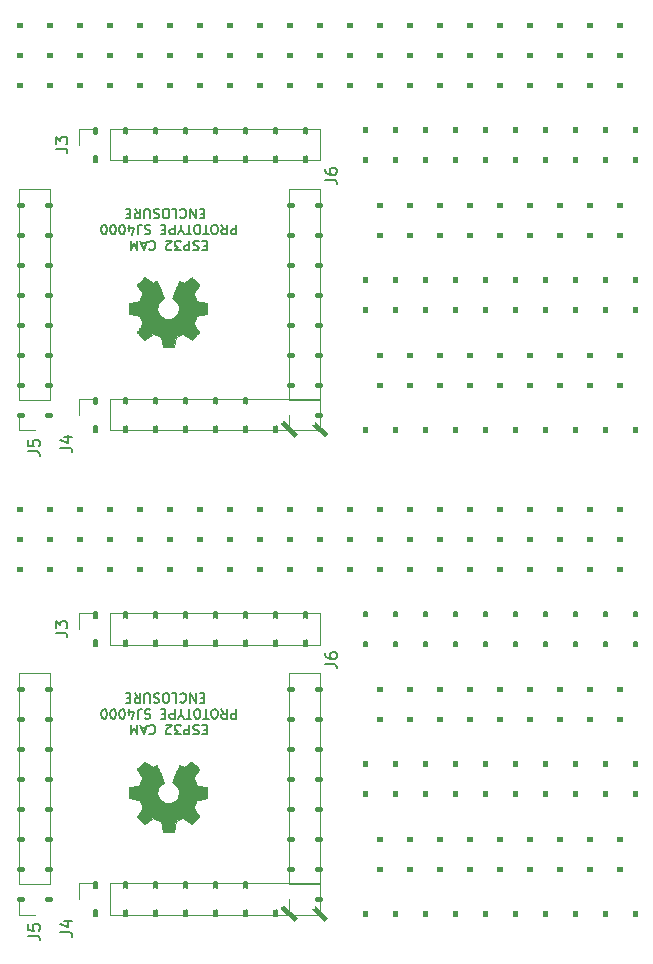
<source format=gbr>
G04 #@! TF.GenerationSoftware,KiCad,Pcbnew,5.1.5+dfsg1-2build2*
G04 #@! TF.CreationDate,2021-12-08T00:06:32-05:00*
G04 #@! TF.ProjectId,,58585858-5858-4585-9858-585858585858,rev?*
G04 #@! TF.SameCoordinates,Original*
G04 #@! TF.FileFunction,Legend,Top*
G04 #@! TF.FilePolarity,Positive*
%FSLAX46Y46*%
G04 Gerber Fmt 4.6, Leading zero omitted, Abs format (unit mm)*
G04 Created by KiCad (PCBNEW 5.1.5+dfsg1-2build2) date 2021-12-08 00:06:32*
%MOMM*%
%LPD*%
G04 APERTURE LIST*
%ADD10C,0.400000*%
%ADD11C,0.150000*%
%ADD12C,0.010000*%
%ADD13C,0.120000*%
%ADD14C,2.102000*%
%ADD15R,1.802000X1.802000*%
%ADD16O,1.802000X1.802000*%
%ADD17C,2.100980*%
G04 APERTURE END LIST*
D10*
X111277400Y-89196500D02*
X111277400Y-89488600D01*
X113817400Y-89196500D02*
X113817400Y-89488600D01*
X116357400Y-89196500D02*
X116357400Y-89488600D01*
X118897400Y-89196500D02*
X118897400Y-89488600D01*
X121437400Y-89196500D02*
X121437400Y-89488600D01*
X123977400Y-89196500D02*
X123977400Y-89488600D01*
X126517400Y-89196500D02*
X126517400Y-89488600D01*
X129057400Y-89196500D02*
X129057400Y-89488600D01*
X111277400Y-91584100D02*
X111277400Y-91876200D01*
X113817400Y-91584100D02*
X113817400Y-91876200D01*
X116357400Y-91584100D02*
X116357400Y-91876200D01*
X118897400Y-91584100D02*
X118897400Y-91876200D01*
X121437400Y-91584100D02*
X121437400Y-91876200D01*
X123977400Y-91584100D02*
X123977400Y-91876200D01*
X126517400Y-91584100D02*
X126517400Y-91876200D01*
X129057400Y-91584100D02*
X129057400Y-91876200D01*
X111277400Y-112056500D02*
X111277400Y-112348600D01*
X113817400Y-112056500D02*
X113817400Y-112348600D01*
X116357400Y-112056500D02*
X116357400Y-112348600D01*
X118897400Y-112056500D02*
X118897400Y-112348600D01*
X121437400Y-112056500D02*
X121437400Y-112348600D01*
X123977400Y-112056500D02*
X123977400Y-112348600D01*
X111277400Y-114444100D02*
X111277400Y-114736200D01*
X113817400Y-114444100D02*
X113817400Y-114736200D01*
X116357400Y-114444100D02*
X116357400Y-114736200D01*
X118897400Y-114444100D02*
X118897400Y-114736200D01*
X121437400Y-114444100D02*
X121437400Y-114736200D01*
X123977400Y-114444100D02*
X123977400Y-114736200D01*
X126517400Y-114444100D02*
X126517400Y-114736200D01*
X105143300Y-95622700D02*
X104851200Y-95622700D01*
X105143300Y-98162700D02*
X104851200Y-98162700D01*
X105143300Y-100702700D02*
X104851200Y-100702700D01*
X105143300Y-103242700D02*
X104851200Y-103242700D01*
X105143300Y-105782700D02*
X104851200Y-105782700D01*
X105143300Y-108322700D02*
X104851200Y-108322700D01*
X105143300Y-110862700D02*
X104851200Y-110862700D01*
X105143300Y-113402700D02*
X104851200Y-113402700D01*
X107530900Y-95622700D02*
X107238800Y-95622700D01*
X107530900Y-98162700D02*
X107238800Y-98162700D01*
X107530900Y-100702700D02*
X107238800Y-100702700D01*
X107530900Y-103242700D02*
X107238800Y-103242700D01*
X107530900Y-105782700D02*
X107238800Y-105782700D01*
X107530900Y-108322700D02*
X107238800Y-108322700D01*
X107530900Y-110862700D02*
X107238800Y-110862700D01*
X107530900Y-113402700D02*
X107238800Y-113402700D01*
X128003300Y-95622700D02*
X127711200Y-95622700D01*
X128003300Y-98162700D02*
X127711200Y-98162700D01*
X128003300Y-100702700D02*
X127711200Y-100702700D01*
X128003300Y-103242700D02*
X127711200Y-103242700D01*
X128003300Y-105782700D02*
X127711200Y-105782700D01*
X128003300Y-108322700D02*
X127711200Y-108322700D01*
X128003300Y-110862700D02*
X127711200Y-110862700D01*
X130390900Y-95610000D02*
X130098800Y-95610000D01*
X130390900Y-98150000D02*
X130098800Y-98150000D01*
X130390900Y-100690000D02*
X130098800Y-100690000D01*
X130390900Y-103230000D02*
X130098800Y-103230000D01*
X130390900Y-105770000D02*
X130098800Y-105770000D01*
X130390900Y-108310000D02*
X130098800Y-108310000D01*
X130390900Y-110850000D02*
X130098800Y-110850000D01*
X130390900Y-113402700D02*
X130098800Y-113402700D01*
X105067100Y-80382700D02*
X104775000Y-80382700D01*
X107607100Y-80382700D02*
X107315000Y-80382700D01*
X110147100Y-80382700D02*
X109855000Y-80382700D01*
X112687100Y-80382700D02*
X112395000Y-80382700D01*
X115227100Y-80382700D02*
X114935000Y-80382700D01*
X117767100Y-80382700D02*
X117475000Y-80382700D01*
X120307100Y-80382700D02*
X120015000Y-80382700D01*
X122847100Y-80382700D02*
X122555000Y-80382700D01*
X125387100Y-80382700D02*
X125095000Y-80382700D01*
X127927100Y-80382700D02*
X127635000Y-80382700D01*
X130467100Y-80382700D02*
X130175000Y-80382700D01*
X133007100Y-80382700D02*
X132715000Y-80382700D01*
X135547100Y-80382700D02*
X135255000Y-80382700D01*
X138087100Y-80382700D02*
X137795000Y-80382700D01*
X140627100Y-80382700D02*
X140335000Y-80382700D01*
X143167100Y-80382700D02*
X142875000Y-80382700D01*
X145707100Y-80382700D02*
X145415000Y-80382700D01*
X148247100Y-80382700D02*
X147955000Y-80382700D01*
X150787100Y-80382700D02*
X150495000Y-80382700D01*
X153327100Y-80382700D02*
X153035000Y-80382700D01*
X155867100Y-80382700D02*
X155575000Y-80382700D01*
X105067100Y-82922700D02*
X104775000Y-82922700D01*
X107607100Y-82922700D02*
X107315000Y-82922700D01*
X110147100Y-82922700D02*
X109855000Y-82922700D01*
X112687100Y-82922700D02*
X112395000Y-82922700D01*
X115227100Y-82922700D02*
X114935000Y-82922700D01*
X117767100Y-82922700D02*
X117475000Y-82922700D01*
X120307100Y-82922700D02*
X120015000Y-82922700D01*
X122847100Y-82922700D02*
X122555000Y-82922700D01*
X125387100Y-82922700D02*
X125095000Y-82922700D01*
X127927100Y-82922700D02*
X127635000Y-82922700D01*
X130467100Y-82922700D02*
X130175000Y-82922700D01*
X133007100Y-82922700D02*
X132715000Y-82922700D01*
X135547100Y-82922700D02*
X135255000Y-82922700D01*
X138087100Y-82922700D02*
X137795000Y-82922700D01*
X140627100Y-82922700D02*
X140335000Y-82922700D01*
X143167100Y-82922700D02*
X142875000Y-82922700D01*
X145707100Y-82922700D02*
X145415000Y-82922700D01*
X148247100Y-82922700D02*
X147955000Y-82922700D01*
X150787100Y-82922700D02*
X150495000Y-82922700D01*
X153327100Y-82922700D02*
X153035000Y-82922700D01*
X155867100Y-82922700D02*
X155575000Y-82922700D01*
X105067100Y-85462700D02*
X104775000Y-85462700D01*
X107607100Y-85462700D02*
X107315000Y-85462700D01*
X110147100Y-85462700D02*
X109855000Y-85462700D01*
X112687100Y-85462700D02*
X112395000Y-85462700D01*
X115227100Y-85462700D02*
X114935000Y-85462700D01*
X117767100Y-85462700D02*
X117475000Y-85462700D01*
X120307100Y-85462700D02*
X120015000Y-85462700D01*
X122847100Y-85462700D02*
X122555000Y-85462700D01*
X125387100Y-85462700D02*
X125095000Y-85462700D01*
X127927100Y-85462700D02*
X127635000Y-85462700D01*
X130467100Y-85462700D02*
X130175000Y-85462700D01*
X133007100Y-85462700D02*
X132715000Y-85462700D01*
X135547100Y-85462700D02*
X135255000Y-85462700D01*
X138087100Y-85462700D02*
X137795000Y-85462700D01*
X140627100Y-85462700D02*
X140335000Y-85462700D01*
X143167100Y-85462700D02*
X142875000Y-85462700D01*
X145707100Y-85462700D02*
X145415000Y-85462700D01*
X148247100Y-85462700D02*
X147955000Y-85462700D01*
X150787100Y-85462700D02*
X150495000Y-85462700D01*
X153327100Y-85462700D02*
X153035000Y-85462700D01*
X155867100Y-85462700D02*
X155575000Y-85462700D01*
X134137400Y-89145700D02*
X134137400Y-89437800D01*
X136677400Y-89145700D02*
X136677400Y-89437800D01*
X139217400Y-89145700D02*
X139217400Y-89437800D01*
X141757400Y-89145700D02*
X141757400Y-89437800D01*
X144297400Y-89145700D02*
X144297400Y-89437800D01*
X146837400Y-89145700D02*
X146837400Y-89437800D01*
X149377400Y-89145700D02*
X149377400Y-89437800D01*
X151917400Y-89145700D02*
X151917400Y-89437800D01*
X154457400Y-89145700D02*
X154457400Y-89437800D01*
X156997400Y-89145700D02*
X156997400Y-89437800D01*
X134137400Y-91685700D02*
X134137400Y-91977800D01*
X136677400Y-91685700D02*
X136677400Y-91977800D01*
X139217400Y-91685700D02*
X139217400Y-91977800D01*
X141757400Y-91685700D02*
X141757400Y-91977800D01*
X144297400Y-91685700D02*
X144297400Y-91977800D01*
X146837400Y-91685700D02*
X146837400Y-91977800D01*
X149377400Y-91685700D02*
X149377400Y-91977800D01*
X151917400Y-91685700D02*
X151917400Y-91977800D01*
X154457400Y-91685700D02*
X154457400Y-91977800D01*
X156997400Y-91685700D02*
X156997400Y-91977800D01*
X135547100Y-95610000D02*
X135255000Y-95610000D01*
X138087100Y-95610000D02*
X137795000Y-95610000D01*
X140627100Y-95610000D02*
X140335000Y-95610000D01*
X143167100Y-95610000D02*
X142875000Y-95610000D01*
X141770100Y-101820300D02*
X141770100Y-102112400D01*
X144310100Y-101820300D02*
X144310100Y-102112400D01*
X146850100Y-101820300D02*
X146850100Y-102112400D01*
X149390100Y-101820300D02*
X149390100Y-102112400D01*
X151930100Y-101820300D02*
X151930100Y-102112400D01*
X154470100Y-101820300D02*
X154470100Y-102112400D01*
X157010100Y-101820300D02*
X157010100Y-102112400D01*
X134150100Y-104360300D02*
X134150100Y-104652400D01*
X136690100Y-104360300D02*
X136690100Y-104652400D01*
X139230100Y-104360300D02*
X139230100Y-104652400D01*
X141770100Y-104360300D02*
X141770100Y-104652400D01*
X145707100Y-95610000D02*
X145415000Y-95610000D01*
X148247100Y-95610000D02*
X147955000Y-95610000D01*
X150787100Y-95610000D02*
X150495000Y-95610000D01*
X153327100Y-95610000D02*
X153035000Y-95610000D01*
X155867100Y-95610000D02*
X155575000Y-95610000D01*
X135547100Y-98150000D02*
X135255000Y-98150000D01*
X138087100Y-98150000D02*
X137795000Y-98150000D01*
X140627100Y-98150000D02*
X140335000Y-98150000D01*
X143167100Y-98150000D02*
X142875000Y-98150000D01*
X145707100Y-98150000D02*
X145415000Y-98150000D01*
X148247100Y-98150000D02*
X147955000Y-98150000D01*
X150787100Y-98150000D02*
X150495000Y-98150000D01*
X153327100Y-98150000D02*
X153035000Y-98150000D01*
X155867100Y-98150000D02*
X155575000Y-98150000D01*
X134150100Y-101820300D02*
X134150100Y-102112400D01*
X136690100Y-101820300D02*
X136690100Y-102112400D01*
X139230100Y-101820300D02*
X139230100Y-102112400D01*
X136677400Y-114520300D02*
X136677400Y-114812400D01*
X148247100Y-108322700D02*
X147955000Y-108322700D01*
X129844800Y-114177400D02*
X130822700Y-115142600D01*
X151930100Y-104360300D02*
X151930100Y-104652400D01*
X143167100Y-108322700D02*
X142875000Y-108322700D01*
X145707100Y-108322700D02*
X145415000Y-108322700D01*
D11*
X120782909Y-99089142D02*
X120516242Y-99089142D01*
X120401957Y-98670095D02*
X120782909Y-98670095D01*
X120782909Y-99470095D01*
X120401957Y-99470095D01*
X120097195Y-98708190D02*
X119982909Y-98670095D01*
X119792433Y-98670095D01*
X119716242Y-98708190D01*
X119678147Y-98746285D01*
X119640052Y-98822476D01*
X119640052Y-98898666D01*
X119678147Y-98974857D01*
X119716242Y-99012952D01*
X119792433Y-99051047D01*
X119944814Y-99089142D01*
X120021004Y-99127238D01*
X120059100Y-99165333D01*
X120097195Y-99241523D01*
X120097195Y-99317714D01*
X120059100Y-99393904D01*
X120021004Y-99432000D01*
X119944814Y-99470095D01*
X119754338Y-99470095D01*
X119640052Y-99432000D01*
X119297195Y-98670095D02*
X119297195Y-99470095D01*
X118992433Y-99470095D01*
X118916242Y-99432000D01*
X118878147Y-99393904D01*
X118840052Y-99317714D01*
X118840052Y-99203428D01*
X118878147Y-99127238D01*
X118916242Y-99089142D01*
X118992433Y-99051047D01*
X119297195Y-99051047D01*
X118573385Y-99470095D02*
X118078147Y-99470095D01*
X118344814Y-99165333D01*
X118230528Y-99165333D01*
X118154338Y-99127238D01*
X118116242Y-99089142D01*
X118078147Y-99012952D01*
X118078147Y-98822476D01*
X118116242Y-98746285D01*
X118154338Y-98708190D01*
X118230528Y-98670095D01*
X118459100Y-98670095D01*
X118535290Y-98708190D01*
X118573385Y-98746285D01*
X117773385Y-99393904D02*
X117735290Y-99432000D01*
X117659100Y-99470095D01*
X117468623Y-99470095D01*
X117392433Y-99432000D01*
X117354338Y-99393904D01*
X117316242Y-99317714D01*
X117316242Y-99241523D01*
X117354338Y-99127238D01*
X117811480Y-98670095D01*
X117316242Y-98670095D01*
X115906719Y-98746285D02*
X115944814Y-98708190D01*
X116059100Y-98670095D01*
X116135290Y-98670095D01*
X116249576Y-98708190D01*
X116325766Y-98784380D01*
X116363861Y-98860571D01*
X116401957Y-99012952D01*
X116401957Y-99127238D01*
X116363861Y-99279619D01*
X116325766Y-99355809D01*
X116249576Y-99432000D01*
X116135290Y-99470095D01*
X116059100Y-99470095D01*
X115944814Y-99432000D01*
X115906719Y-99393904D01*
X115601957Y-98898666D02*
X115221004Y-98898666D01*
X115678147Y-98670095D02*
X115411480Y-99470095D01*
X115144814Y-98670095D01*
X114878147Y-98670095D02*
X114878147Y-99470095D01*
X114611480Y-98898666D01*
X114344814Y-99470095D01*
X114344814Y-98670095D01*
X123240052Y-97320095D02*
X123240052Y-98120095D01*
X122935290Y-98120095D01*
X122859100Y-98082000D01*
X122821004Y-98043904D01*
X122782909Y-97967714D01*
X122782909Y-97853428D01*
X122821004Y-97777238D01*
X122859100Y-97739142D01*
X122935290Y-97701047D01*
X123240052Y-97701047D01*
X121982909Y-97320095D02*
X122249576Y-97701047D01*
X122440052Y-97320095D02*
X122440052Y-98120095D01*
X122135290Y-98120095D01*
X122059100Y-98082000D01*
X122021004Y-98043904D01*
X121982909Y-97967714D01*
X121982909Y-97853428D01*
X122021004Y-97777238D01*
X122059100Y-97739142D01*
X122135290Y-97701047D01*
X122440052Y-97701047D01*
X121487671Y-98120095D02*
X121335290Y-98120095D01*
X121259100Y-98082000D01*
X121182909Y-98005809D01*
X121144814Y-97853428D01*
X121144814Y-97586761D01*
X121182909Y-97434380D01*
X121259100Y-97358190D01*
X121335290Y-97320095D01*
X121487671Y-97320095D01*
X121563861Y-97358190D01*
X121640052Y-97434380D01*
X121678147Y-97586761D01*
X121678147Y-97853428D01*
X121640052Y-98005809D01*
X121563861Y-98082000D01*
X121487671Y-98120095D01*
X120916242Y-98120095D02*
X120459100Y-98120095D01*
X120687671Y-97320095D02*
X120687671Y-98120095D01*
X120040052Y-98120095D02*
X119887671Y-98120095D01*
X119811480Y-98082000D01*
X119735290Y-98005809D01*
X119697195Y-97853428D01*
X119697195Y-97586761D01*
X119735290Y-97434380D01*
X119811480Y-97358190D01*
X119887671Y-97320095D01*
X120040052Y-97320095D01*
X120116242Y-97358190D01*
X120192433Y-97434380D01*
X120230528Y-97586761D01*
X120230528Y-97853428D01*
X120192433Y-98005809D01*
X120116242Y-98082000D01*
X120040052Y-98120095D01*
X119468623Y-98120095D02*
X119011480Y-98120095D01*
X119240052Y-97320095D02*
X119240052Y-98120095D01*
X118592433Y-97701047D02*
X118592433Y-97320095D01*
X118859100Y-98120095D02*
X118592433Y-97701047D01*
X118325766Y-98120095D01*
X118059100Y-97320095D02*
X118059100Y-98120095D01*
X117754338Y-98120095D01*
X117678147Y-98082000D01*
X117640052Y-98043904D01*
X117601957Y-97967714D01*
X117601957Y-97853428D01*
X117640052Y-97777238D01*
X117678147Y-97739142D01*
X117754338Y-97701047D01*
X118059100Y-97701047D01*
X117259100Y-97739142D02*
X116992433Y-97739142D01*
X116878147Y-97320095D02*
X117259100Y-97320095D01*
X117259100Y-98120095D01*
X116878147Y-98120095D01*
X115963861Y-97358190D02*
X115849576Y-97320095D01*
X115659100Y-97320095D01*
X115582909Y-97358190D01*
X115544814Y-97396285D01*
X115506719Y-97472476D01*
X115506719Y-97548666D01*
X115544814Y-97624857D01*
X115582909Y-97662952D01*
X115659100Y-97701047D01*
X115811480Y-97739142D01*
X115887671Y-97777238D01*
X115925766Y-97815333D01*
X115963861Y-97891523D01*
X115963861Y-97967714D01*
X115925766Y-98043904D01*
X115887671Y-98082000D01*
X115811480Y-98120095D01*
X115621004Y-98120095D01*
X115506719Y-98082000D01*
X114935290Y-98120095D02*
X114935290Y-97548666D01*
X114973385Y-97434380D01*
X115049576Y-97358190D01*
X115163861Y-97320095D01*
X115240052Y-97320095D01*
X114211480Y-97853428D02*
X114211480Y-97320095D01*
X114401957Y-98158190D02*
X114592433Y-97586761D01*
X114097195Y-97586761D01*
X113640052Y-98120095D02*
X113563861Y-98120095D01*
X113487671Y-98082000D01*
X113449576Y-98043904D01*
X113411480Y-97967714D01*
X113373385Y-97815333D01*
X113373385Y-97624857D01*
X113411480Y-97472476D01*
X113449576Y-97396285D01*
X113487671Y-97358190D01*
X113563861Y-97320095D01*
X113640052Y-97320095D01*
X113716242Y-97358190D01*
X113754338Y-97396285D01*
X113792433Y-97472476D01*
X113830528Y-97624857D01*
X113830528Y-97815333D01*
X113792433Y-97967714D01*
X113754338Y-98043904D01*
X113716242Y-98082000D01*
X113640052Y-98120095D01*
X112878147Y-98120095D02*
X112801957Y-98120095D01*
X112725766Y-98082000D01*
X112687671Y-98043904D01*
X112649576Y-97967714D01*
X112611480Y-97815333D01*
X112611480Y-97624857D01*
X112649576Y-97472476D01*
X112687671Y-97396285D01*
X112725766Y-97358190D01*
X112801957Y-97320095D01*
X112878147Y-97320095D01*
X112954338Y-97358190D01*
X112992433Y-97396285D01*
X113030528Y-97472476D01*
X113068623Y-97624857D01*
X113068623Y-97815333D01*
X113030528Y-97967714D01*
X112992433Y-98043904D01*
X112954338Y-98082000D01*
X112878147Y-98120095D01*
X112116242Y-98120095D02*
X112040052Y-98120095D01*
X111963861Y-98082000D01*
X111925766Y-98043904D01*
X111887671Y-97967714D01*
X111849576Y-97815333D01*
X111849576Y-97624857D01*
X111887671Y-97472476D01*
X111925766Y-97396285D01*
X111963861Y-97358190D01*
X112040052Y-97320095D01*
X112116242Y-97320095D01*
X112192433Y-97358190D01*
X112230528Y-97396285D01*
X112268623Y-97472476D01*
X112306719Y-97624857D01*
X112306719Y-97815333D01*
X112268623Y-97967714D01*
X112230528Y-98043904D01*
X112192433Y-98082000D01*
X112116242Y-98120095D01*
X120554338Y-96389142D02*
X120287671Y-96389142D01*
X120173385Y-95970095D02*
X120554338Y-95970095D01*
X120554338Y-96770095D01*
X120173385Y-96770095D01*
X119830528Y-95970095D02*
X119830528Y-96770095D01*
X119373385Y-95970095D01*
X119373385Y-96770095D01*
X118535290Y-96046285D02*
X118573385Y-96008190D01*
X118687671Y-95970095D01*
X118763861Y-95970095D01*
X118878147Y-96008190D01*
X118954338Y-96084380D01*
X118992433Y-96160571D01*
X119030528Y-96312952D01*
X119030528Y-96427238D01*
X118992433Y-96579619D01*
X118954338Y-96655809D01*
X118878147Y-96732000D01*
X118763861Y-96770095D01*
X118687671Y-96770095D01*
X118573385Y-96732000D01*
X118535290Y-96693904D01*
X117811480Y-95970095D02*
X118192433Y-95970095D01*
X118192433Y-96770095D01*
X117392433Y-96770095D02*
X117240052Y-96770095D01*
X117163861Y-96732000D01*
X117087671Y-96655809D01*
X117049576Y-96503428D01*
X117049576Y-96236761D01*
X117087671Y-96084380D01*
X117163861Y-96008190D01*
X117240052Y-95970095D01*
X117392433Y-95970095D01*
X117468623Y-96008190D01*
X117544814Y-96084380D01*
X117582909Y-96236761D01*
X117582909Y-96503428D01*
X117544814Y-96655809D01*
X117468623Y-96732000D01*
X117392433Y-96770095D01*
X116744814Y-96008190D02*
X116630528Y-95970095D01*
X116440052Y-95970095D01*
X116363861Y-96008190D01*
X116325766Y-96046285D01*
X116287671Y-96122476D01*
X116287671Y-96198666D01*
X116325766Y-96274857D01*
X116363861Y-96312952D01*
X116440052Y-96351047D01*
X116592433Y-96389142D01*
X116668623Y-96427238D01*
X116706719Y-96465333D01*
X116744814Y-96541523D01*
X116744814Y-96617714D01*
X116706719Y-96693904D01*
X116668623Y-96732000D01*
X116592433Y-96770095D01*
X116401957Y-96770095D01*
X116287671Y-96732000D01*
X115944814Y-96770095D02*
X115944814Y-96122476D01*
X115906719Y-96046285D01*
X115868623Y-96008190D01*
X115792433Y-95970095D01*
X115640052Y-95970095D01*
X115563861Y-96008190D01*
X115525766Y-96046285D01*
X115487671Y-96122476D01*
X115487671Y-96770095D01*
X114649576Y-95970095D02*
X114916242Y-96351047D01*
X115106719Y-95970095D02*
X115106719Y-96770095D01*
X114801957Y-96770095D01*
X114725766Y-96732000D01*
X114687671Y-96693904D01*
X114649576Y-96617714D01*
X114649576Y-96503428D01*
X114687671Y-96427238D01*
X114725766Y-96389142D01*
X114801957Y-96351047D01*
X115106719Y-96351047D01*
X114306719Y-96389142D02*
X114040052Y-96389142D01*
X113925766Y-95970095D02*
X114306719Y-95970095D01*
X114306719Y-96770095D01*
X113925766Y-96770095D01*
D10*
X148247100Y-110862700D02*
X147955000Y-110862700D01*
X156997400Y-114520300D02*
X156997400Y-114812400D01*
X140627100Y-108322700D02*
X140335000Y-108322700D01*
X144310100Y-104360300D02*
X144310100Y-104652400D01*
X155867100Y-110862700D02*
X155575000Y-110862700D01*
X127254000Y-114126600D02*
X128231900Y-115091800D01*
X153327100Y-108322700D02*
X153035000Y-108322700D01*
X138087100Y-108322700D02*
X137795000Y-108322700D01*
X154470100Y-104360300D02*
X154470100Y-104652400D01*
X157010100Y-104360300D02*
X157010100Y-104652400D01*
X138087100Y-110862700D02*
X137795000Y-110862700D01*
X146850100Y-104360300D02*
X146850100Y-104652400D01*
X150787100Y-108322700D02*
X150495000Y-108322700D01*
X145707100Y-110862700D02*
X145415000Y-110862700D01*
X155867100Y-108322700D02*
X155575000Y-108322700D01*
X150787100Y-110862700D02*
X150495000Y-110862700D01*
X141757400Y-114520300D02*
X141757400Y-114812400D01*
X153327100Y-110862700D02*
X153035000Y-110862700D01*
X144297400Y-114520300D02*
X144297400Y-114812400D01*
X154457400Y-114520300D02*
X154457400Y-114812400D01*
X146837400Y-114520300D02*
X146837400Y-114812400D01*
X139217400Y-114520300D02*
X139217400Y-114812400D01*
X143167100Y-110862700D02*
X142875000Y-110862700D01*
X140627100Y-110862700D02*
X140335000Y-110862700D01*
X151917400Y-114520300D02*
X151917400Y-114812400D01*
X135547100Y-108322700D02*
X135255000Y-108322700D01*
X135547100Y-110862700D02*
X135255000Y-110862700D01*
X149390100Y-104360300D02*
X149390100Y-104652400D01*
X134137400Y-114520300D02*
X134137400Y-114812400D01*
X149377400Y-114520300D02*
X149377400Y-114812400D01*
X129844800Y-73177400D02*
X130822700Y-74142600D01*
X127254000Y-73126600D02*
X128231900Y-74091800D01*
X156997400Y-73520300D02*
X156997400Y-73812400D01*
X154457400Y-73520300D02*
X154457400Y-73812400D01*
X151917400Y-73520300D02*
X151917400Y-73812400D01*
X149377400Y-73520300D02*
X149377400Y-73812400D01*
X146837400Y-73520300D02*
X146837400Y-73812400D01*
X144297400Y-73520300D02*
X144297400Y-73812400D01*
X141757400Y-73520300D02*
X141757400Y-73812400D01*
X139217400Y-73520300D02*
X139217400Y-73812400D01*
X136677400Y-73520300D02*
X136677400Y-73812400D01*
X134137400Y-73520300D02*
X134137400Y-73812400D01*
X155867100Y-69862700D02*
X155575000Y-69862700D01*
X153327100Y-69862700D02*
X153035000Y-69862700D01*
X150787100Y-69862700D02*
X150495000Y-69862700D01*
X148247100Y-69862700D02*
X147955000Y-69862700D01*
X145707100Y-69862700D02*
X145415000Y-69862700D01*
X143167100Y-69862700D02*
X142875000Y-69862700D01*
X140627100Y-69862700D02*
X140335000Y-69862700D01*
X138087100Y-69862700D02*
X137795000Y-69862700D01*
X135547100Y-69862700D02*
X135255000Y-69862700D01*
X155867100Y-67322700D02*
X155575000Y-67322700D01*
X153327100Y-67322700D02*
X153035000Y-67322700D01*
X150787100Y-67322700D02*
X150495000Y-67322700D01*
X148247100Y-67322700D02*
X147955000Y-67322700D01*
X145707100Y-67322700D02*
X145415000Y-67322700D01*
X143167100Y-67322700D02*
X142875000Y-67322700D01*
X140627100Y-67322700D02*
X140335000Y-67322700D01*
X138087100Y-67322700D02*
X137795000Y-67322700D01*
X135547100Y-67322700D02*
X135255000Y-67322700D01*
X157010100Y-63360300D02*
X157010100Y-63652400D01*
X154470100Y-63360300D02*
X154470100Y-63652400D01*
X151930100Y-63360300D02*
X151930100Y-63652400D01*
X149390100Y-63360300D02*
X149390100Y-63652400D01*
X146850100Y-63360300D02*
X146850100Y-63652400D01*
X144310100Y-63360300D02*
X144310100Y-63652400D01*
X141770100Y-63360300D02*
X141770100Y-63652400D01*
X139230100Y-63360300D02*
X139230100Y-63652400D01*
X136690100Y-63360300D02*
X136690100Y-63652400D01*
X134150100Y-63360300D02*
X134150100Y-63652400D01*
X157010100Y-60820300D02*
X157010100Y-61112400D01*
X154470100Y-60820300D02*
X154470100Y-61112400D01*
X151930100Y-60820300D02*
X151930100Y-61112400D01*
X149390100Y-60820300D02*
X149390100Y-61112400D01*
X146850100Y-60820300D02*
X146850100Y-61112400D01*
X144310100Y-60820300D02*
X144310100Y-61112400D01*
X141770100Y-60820300D02*
X141770100Y-61112400D01*
X139230100Y-60820300D02*
X139230100Y-61112400D01*
X136690100Y-60820300D02*
X136690100Y-61112400D01*
X134150100Y-60820300D02*
X134150100Y-61112400D01*
X155867100Y-57150000D02*
X155575000Y-57150000D01*
X153327100Y-57150000D02*
X153035000Y-57150000D01*
X150787100Y-57150000D02*
X150495000Y-57150000D01*
X148247100Y-57150000D02*
X147955000Y-57150000D01*
X145707100Y-57150000D02*
X145415000Y-57150000D01*
X143167100Y-57150000D02*
X142875000Y-57150000D01*
X140627100Y-57150000D02*
X140335000Y-57150000D01*
X138087100Y-57150000D02*
X137795000Y-57150000D01*
X135547100Y-57150000D02*
X135255000Y-57150000D01*
X155867100Y-54610000D02*
X155575000Y-54610000D01*
X153327100Y-54610000D02*
X153035000Y-54610000D01*
X150787100Y-54610000D02*
X150495000Y-54610000D01*
X148247100Y-54610000D02*
X147955000Y-54610000D01*
X145707100Y-54610000D02*
X145415000Y-54610000D01*
X143167100Y-54610000D02*
X142875000Y-54610000D01*
X140627100Y-54610000D02*
X140335000Y-54610000D01*
X138087100Y-54610000D02*
X137795000Y-54610000D01*
X135547100Y-54610000D02*
X135255000Y-54610000D01*
X156997400Y-50685700D02*
X156997400Y-50977800D01*
X154457400Y-50685700D02*
X154457400Y-50977800D01*
X151917400Y-50685700D02*
X151917400Y-50977800D01*
X149377400Y-50685700D02*
X149377400Y-50977800D01*
X146837400Y-50685700D02*
X146837400Y-50977800D01*
X144297400Y-50685700D02*
X144297400Y-50977800D01*
X141757400Y-50685700D02*
X141757400Y-50977800D01*
X139217400Y-50685700D02*
X139217400Y-50977800D01*
X136677400Y-50685700D02*
X136677400Y-50977800D01*
X134137400Y-50685700D02*
X134137400Y-50977800D01*
X156997400Y-48145700D02*
X156997400Y-48437800D01*
X154457400Y-48145700D02*
X154457400Y-48437800D01*
X151917400Y-48145700D02*
X151917400Y-48437800D01*
X149377400Y-48145700D02*
X149377400Y-48437800D01*
X146837400Y-48145700D02*
X146837400Y-48437800D01*
X144297400Y-48145700D02*
X144297400Y-48437800D01*
X141757400Y-48145700D02*
X141757400Y-48437800D01*
X139217400Y-48145700D02*
X139217400Y-48437800D01*
X136677400Y-48145700D02*
X136677400Y-48437800D01*
X134137400Y-48145700D02*
X134137400Y-48437800D01*
X155867100Y-44462700D02*
X155575000Y-44462700D01*
X153327100Y-44462700D02*
X153035000Y-44462700D01*
X150787100Y-44462700D02*
X150495000Y-44462700D01*
X148247100Y-44462700D02*
X147955000Y-44462700D01*
X145707100Y-44462700D02*
X145415000Y-44462700D01*
X143167100Y-44462700D02*
X142875000Y-44462700D01*
X140627100Y-44462700D02*
X140335000Y-44462700D01*
X138087100Y-44462700D02*
X137795000Y-44462700D01*
X135547100Y-44462700D02*
X135255000Y-44462700D01*
X133007100Y-44462700D02*
X132715000Y-44462700D01*
X130467100Y-44462700D02*
X130175000Y-44462700D01*
X127927100Y-44462700D02*
X127635000Y-44462700D01*
X125387100Y-44462700D02*
X125095000Y-44462700D01*
X122847100Y-44462700D02*
X122555000Y-44462700D01*
X120307100Y-44462700D02*
X120015000Y-44462700D01*
X117767100Y-44462700D02*
X117475000Y-44462700D01*
X115227100Y-44462700D02*
X114935000Y-44462700D01*
X112687100Y-44462700D02*
X112395000Y-44462700D01*
X110147100Y-44462700D02*
X109855000Y-44462700D01*
X107607100Y-44462700D02*
X107315000Y-44462700D01*
X105067100Y-44462700D02*
X104775000Y-44462700D01*
X155867100Y-41922700D02*
X155575000Y-41922700D01*
X153327100Y-41922700D02*
X153035000Y-41922700D01*
X150787100Y-41922700D02*
X150495000Y-41922700D01*
X148247100Y-41922700D02*
X147955000Y-41922700D01*
X145707100Y-41922700D02*
X145415000Y-41922700D01*
X143167100Y-41922700D02*
X142875000Y-41922700D01*
X140627100Y-41922700D02*
X140335000Y-41922700D01*
X138087100Y-41922700D02*
X137795000Y-41922700D01*
X135547100Y-41922700D02*
X135255000Y-41922700D01*
X133007100Y-41922700D02*
X132715000Y-41922700D01*
X130467100Y-41922700D02*
X130175000Y-41922700D01*
X127927100Y-41922700D02*
X127635000Y-41922700D01*
X125387100Y-41922700D02*
X125095000Y-41922700D01*
X122847100Y-41922700D02*
X122555000Y-41922700D01*
X120307100Y-41922700D02*
X120015000Y-41922700D01*
X117767100Y-41922700D02*
X117475000Y-41922700D01*
X115227100Y-41922700D02*
X114935000Y-41922700D01*
X112687100Y-41922700D02*
X112395000Y-41922700D01*
X110147100Y-41922700D02*
X109855000Y-41922700D01*
X107607100Y-41922700D02*
X107315000Y-41922700D01*
X105067100Y-41922700D02*
X104775000Y-41922700D01*
X155867100Y-39382700D02*
X155575000Y-39382700D01*
X153327100Y-39382700D02*
X153035000Y-39382700D01*
X150787100Y-39382700D02*
X150495000Y-39382700D01*
X148247100Y-39382700D02*
X147955000Y-39382700D01*
X145707100Y-39382700D02*
X145415000Y-39382700D01*
X143167100Y-39382700D02*
X142875000Y-39382700D01*
X140627100Y-39382700D02*
X140335000Y-39382700D01*
X138087100Y-39382700D02*
X137795000Y-39382700D01*
X135547100Y-39382700D02*
X135255000Y-39382700D01*
X133007100Y-39382700D02*
X132715000Y-39382700D01*
X130467100Y-39382700D02*
X130175000Y-39382700D01*
X127927100Y-39382700D02*
X127635000Y-39382700D01*
X125387100Y-39382700D02*
X125095000Y-39382700D01*
X122847100Y-39382700D02*
X122555000Y-39382700D01*
X120307100Y-39382700D02*
X120015000Y-39382700D01*
X117767100Y-39382700D02*
X117475000Y-39382700D01*
X115227100Y-39382700D02*
X114935000Y-39382700D01*
X112687100Y-39382700D02*
X112395000Y-39382700D01*
X110147100Y-39382700D02*
X109855000Y-39382700D01*
X107607100Y-39382700D02*
X107315000Y-39382700D01*
X105067100Y-39382700D02*
X104775000Y-39382700D01*
X130390900Y-72402700D02*
X130098800Y-72402700D01*
X130390900Y-69850000D02*
X130098800Y-69850000D01*
X130390900Y-67310000D02*
X130098800Y-67310000D01*
X130390900Y-64770000D02*
X130098800Y-64770000D01*
X130390900Y-62230000D02*
X130098800Y-62230000D01*
X130390900Y-59690000D02*
X130098800Y-59690000D01*
X130390900Y-57150000D02*
X130098800Y-57150000D01*
X130390900Y-54610000D02*
X130098800Y-54610000D01*
X128003300Y-69862700D02*
X127711200Y-69862700D01*
X128003300Y-67322700D02*
X127711200Y-67322700D01*
X128003300Y-64782700D02*
X127711200Y-64782700D01*
X128003300Y-62242700D02*
X127711200Y-62242700D01*
X128003300Y-59702700D02*
X127711200Y-59702700D01*
X128003300Y-57162700D02*
X127711200Y-57162700D01*
X128003300Y-54622700D02*
X127711200Y-54622700D01*
X107530900Y-72402700D02*
X107238800Y-72402700D01*
X107530900Y-69862700D02*
X107238800Y-69862700D01*
X107530900Y-67322700D02*
X107238800Y-67322700D01*
X107530900Y-64782700D02*
X107238800Y-64782700D01*
X107530900Y-62242700D02*
X107238800Y-62242700D01*
X107530900Y-59702700D02*
X107238800Y-59702700D01*
X107530900Y-57162700D02*
X107238800Y-57162700D01*
X107530900Y-54622700D02*
X107238800Y-54622700D01*
X105143300Y-72402700D02*
X104851200Y-72402700D01*
X105143300Y-69862700D02*
X104851200Y-69862700D01*
X105143300Y-67322700D02*
X104851200Y-67322700D01*
X105143300Y-64782700D02*
X104851200Y-64782700D01*
X105143300Y-62242700D02*
X104851200Y-62242700D01*
X105143300Y-59702700D02*
X104851200Y-59702700D01*
X105143300Y-57162700D02*
X104851200Y-57162700D01*
X105143300Y-54622700D02*
X104851200Y-54622700D01*
X126517400Y-73444100D02*
X126517400Y-73736200D01*
X123977400Y-73444100D02*
X123977400Y-73736200D01*
X121437400Y-73444100D02*
X121437400Y-73736200D01*
X118897400Y-73444100D02*
X118897400Y-73736200D01*
X116357400Y-73444100D02*
X116357400Y-73736200D01*
X113817400Y-73444100D02*
X113817400Y-73736200D01*
X111277400Y-73444100D02*
X111277400Y-73736200D01*
X123977400Y-71056500D02*
X123977400Y-71348600D01*
X121437400Y-71056500D02*
X121437400Y-71348600D01*
X118897400Y-71056500D02*
X118897400Y-71348600D01*
X116357400Y-71056500D02*
X116357400Y-71348600D01*
X113817400Y-71056500D02*
X113817400Y-71348600D01*
X111277400Y-71056500D02*
X111277400Y-71348600D01*
X129057400Y-50584100D02*
X129057400Y-50876200D01*
X126517400Y-50584100D02*
X126517400Y-50876200D01*
X123977400Y-50584100D02*
X123977400Y-50876200D01*
X121437400Y-50584100D02*
X121437400Y-50876200D01*
X118897400Y-50584100D02*
X118897400Y-50876200D01*
X116357400Y-50584100D02*
X116357400Y-50876200D01*
X113817400Y-50584100D02*
X113817400Y-50876200D01*
X111277400Y-50584100D02*
X111277400Y-50876200D01*
X129057400Y-48196500D02*
X129057400Y-48488600D01*
X126517400Y-48196500D02*
X126517400Y-48488600D01*
X123977400Y-48196500D02*
X123977400Y-48488600D01*
X121437400Y-48196500D02*
X121437400Y-48488600D01*
X118897400Y-48196500D02*
X118897400Y-48488600D01*
X116357400Y-48196500D02*
X116357400Y-48488600D01*
X113817400Y-48196500D02*
X113817400Y-48488600D01*
X111277400Y-48196500D02*
X111277400Y-48488600D01*
D11*
X120782909Y-58089142D02*
X120516242Y-58089142D01*
X120401957Y-57670095D02*
X120782909Y-57670095D01*
X120782909Y-58470095D01*
X120401957Y-58470095D01*
X120097195Y-57708190D02*
X119982909Y-57670095D01*
X119792433Y-57670095D01*
X119716242Y-57708190D01*
X119678147Y-57746285D01*
X119640052Y-57822476D01*
X119640052Y-57898666D01*
X119678147Y-57974857D01*
X119716242Y-58012952D01*
X119792433Y-58051047D01*
X119944814Y-58089142D01*
X120021004Y-58127238D01*
X120059100Y-58165333D01*
X120097195Y-58241523D01*
X120097195Y-58317714D01*
X120059100Y-58393904D01*
X120021004Y-58432000D01*
X119944814Y-58470095D01*
X119754338Y-58470095D01*
X119640052Y-58432000D01*
X119297195Y-57670095D02*
X119297195Y-58470095D01*
X118992433Y-58470095D01*
X118916242Y-58432000D01*
X118878147Y-58393904D01*
X118840052Y-58317714D01*
X118840052Y-58203428D01*
X118878147Y-58127238D01*
X118916242Y-58089142D01*
X118992433Y-58051047D01*
X119297195Y-58051047D01*
X118573385Y-58470095D02*
X118078147Y-58470095D01*
X118344814Y-58165333D01*
X118230528Y-58165333D01*
X118154338Y-58127238D01*
X118116242Y-58089142D01*
X118078147Y-58012952D01*
X118078147Y-57822476D01*
X118116242Y-57746285D01*
X118154338Y-57708190D01*
X118230528Y-57670095D01*
X118459100Y-57670095D01*
X118535290Y-57708190D01*
X118573385Y-57746285D01*
X117773385Y-58393904D02*
X117735290Y-58432000D01*
X117659100Y-58470095D01*
X117468623Y-58470095D01*
X117392433Y-58432000D01*
X117354338Y-58393904D01*
X117316242Y-58317714D01*
X117316242Y-58241523D01*
X117354338Y-58127238D01*
X117811480Y-57670095D01*
X117316242Y-57670095D01*
X115906719Y-57746285D02*
X115944814Y-57708190D01*
X116059100Y-57670095D01*
X116135290Y-57670095D01*
X116249576Y-57708190D01*
X116325766Y-57784380D01*
X116363861Y-57860571D01*
X116401957Y-58012952D01*
X116401957Y-58127238D01*
X116363861Y-58279619D01*
X116325766Y-58355809D01*
X116249576Y-58432000D01*
X116135290Y-58470095D01*
X116059100Y-58470095D01*
X115944814Y-58432000D01*
X115906719Y-58393904D01*
X115601957Y-57898666D02*
X115221004Y-57898666D01*
X115678147Y-57670095D02*
X115411480Y-58470095D01*
X115144814Y-57670095D01*
X114878147Y-57670095D02*
X114878147Y-58470095D01*
X114611480Y-57898666D01*
X114344814Y-58470095D01*
X114344814Y-57670095D01*
X123240052Y-56320095D02*
X123240052Y-57120095D01*
X122935290Y-57120095D01*
X122859100Y-57082000D01*
X122821004Y-57043904D01*
X122782909Y-56967714D01*
X122782909Y-56853428D01*
X122821004Y-56777238D01*
X122859100Y-56739142D01*
X122935290Y-56701047D01*
X123240052Y-56701047D01*
X121982909Y-56320095D02*
X122249576Y-56701047D01*
X122440052Y-56320095D02*
X122440052Y-57120095D01*
X122135290Y-57120095D01*
X122059100Y-57082000D01*
X122021004Y-57043904D01*
X121982909Y-56967714D01*
X121982909Y-56853428D01*
X122021004Y-56777238D01*
X122059100Y-56739142D01*
X122135290Y-56701047D01*
X122440052Y-56701047D01*
X121487671Y-57120095D02*
X121335290Y-57120095D01*
X121259100Y-57082000D01*
X121182909Y-57005809D01*
X121144814Y-56853428D01*
X121144814Y-56586761D01*
X121182909Y-56434380D01*
X121259100Y-56358190D01*
X121335290Y-56320095D01*
X121487671Y-56320095D01*
X121563861Y-56358190D01*
X121640052Y-56434380D01*
X121678147Y-56586761D01*
X121678147Y-56853428D01*
X121640052Y-57005809D01*
X121563861Y-57082000D01*
X121487671Y-57120095D01*
X120916242Y-57120095D02*
X120459100Y-57120095D01*
X120687671Y-56320095D02*
X120687671Y-57120095D01*
X120040052Y-57120095D02*
X119887671Y-57120095D01*
X119811480Y-57082000D01*
X119735290Y-57005809D01*
X119697195Y-56853428D01*
X119697195Y-56586761D01*
X119735290Y-56434380D01*
X119811480Y-56358190D01*
X119887671Y-56320095D01*
X120040052Y-56320095D01*
X120116242Y-56358190D01*
X120192433Y-56434380D01*
X120230528Y-56586761D01*
X120230528Y-56853428D01*
X120192433Y-57005809D01*
X120116242Y-57082000D01*
X120040052Y-57120095D01*
X119468623Y-57120095D02*
X119011480Y-57120095D01*
X119240052Y-56320095D02*
X119240052Y-57120095D01*
X118592433Y-56701047D02*
X118592433Y-56320095D01*
X118859100Y-57120095D02*
X118592433Y-56701047D01*
X118325766Y-57120095D01*
X118059100Y-56320095D02*
X118059100Y-57120095D01*
X117754338Y-57120095D01*
X117678147Y-57082000D01*
X117640052Y-57043904D01*
X117601957Y-56967714D01*
X117601957Y-56853428D01*
X117640052Y-56777238D01*
X117678147Y-56739142D01*
X117754338Y-56701047D01*
X118059100Y-56701047D01*
X117259100Y-56739142D02*
X116992433Y-56739142D01*
X116878147Y-56320095D02*
X117259100Y-56320095D01*
X117259100Y-57120095D01*
X116878147Y-57120095D01*
X115963861Y-56358190D02*
X115849576Y-56320095D01*
X115659100Y-56320095D01*
X115582909Y-56358190D01*
X115544814Y-56396285D01*
X115506719Y-56472476D01*
X115506719Y-56548666D01*
X115544814Y-56624857D01*
X115582909Y-56662952D01*
X115659100Y-56701047D01*
X115811480Y-56739142D01*
X115887671Y-56777238D01*
X115925766Y-56815333D01*
X115963861Y-56891523D01*
X115963861Y-56967714D01*
X115925766Y-57043904D01*
X115887671Y-57082000D01*
X115811480Y-57120095D01*
X115621004Y-57120095D01*
X115506719Y-57082000D01*
X114935290Y-57120095D02*
X114935290Y-56548666D01*
X114973385Y-56434380D01*
X115049576Y-56358190D01*
X115163861Y-56320095D01*
X115240052Y-56320095D01*
X114211480Y-56853428D02*
X114211480Y-56320095D01*
X114401957Y-57158190D02*
X114592433Y-56586761D01*
X114097195Y-56586761D01*
X113640052Y-57120095D02*
X113563861Y-57120095D01*
X113487671Y-57082000D01*
X113449576Y-57043904D01*
X113411480Y-56967714D01*
X113373385Y-56815333D01*
X113373385Y-56624857D01*
X113411480Y-56472476D01*
X113449576Y-56396285D01*
X113487671Y-56358190D01*
X113563861Y-56320095D01*
X113640052Y-56320095D01*
X113716242Y-56358190D01*
X113754338Y-56396285D01*
X113792433Y-56472476D01*
X113830528Y-56624857D01*
X113830528Y-56815333D01*
X113792433Y-56967714D01*
X113754338Y-57043904D01*
X113716242Y-57082000D01*
X113640052Y-57120095D01*
X112878147Y-57120095D02*
X112801957Y-57120095D01*
X112725766Y-57082000D01*
X112687671Y-57043904D01*
X112649576Y-56967714D01*
X112611480Y-56815333D01*
X112611480Y-56624857D01*
X112649576Y-56472476D01*
X112687671Y-56396285D01*
X112725766Y-56358190D01*
X112801957Y-56320095D01*
X112878147Y-56320095D01*
X112954338Y-56358190D01*
X112992433Y-56396285D01*
X113030528Y-56472476D01*
X113068623Y-56624857D01*
X113068623Y-56815333D01*
X113030528Y-56967714D01*
X112992433Y-57043904D01*
X112954338Y-57082000D01*
X112878147Y-57120095D01*
X112116242Y-57120095D02*
X112040052Y-57120095D01*
X111963861Y-57082000D01*
X111925766Y-57043904D01*
X111887671Y-56967714D01*
X111849576Y-56815333D01*
X111849576Y-56624857D01*
X111887671Y-56472476D01*
X111925766Y-56396285D01*
X111963861Y-56358190D01*
X112040052Y-56320095D01*
X112116242Y-56320095D01*
X112192433Y-56358190D01*
X112230528Y-56396285D01*
X112268623Y-56472476D01*
X112306719Y-56624857D01*
X112306719Y-56815333D01*
X112268623Y-56967714D01*
X112230528Y-57043904D01*
X112192433Y-57082000D01*
X112116242Y-57120095D01*
X120554338Y-55389142D02*
X120287671Y-55389142D01*
X120173385Y-54970095D02*
X120554338Y-54970095D01*
X120554338Y-55770095D01*
X120173385Y-55770095D01*
X119830528Y-54970095D02*
X119830528Y-55770095D01*
X119373385Y-54970095D01*
X119373385Y-55770095D01*
X118535290Y-55046285D02*
X118573385Y-55008190D01*
X118687671Y-54970095D01*
X118763861Y-54970095D01*
X118878147Y-55008190D01*
X118954338Y-55084380D01*
X118992433Y-55160571D01*
X119030528Y-55312952D01*
X119030528Y-55427238D01*
X118992433Y-55579619D01*
X118954338Y-55655809D01*
X118878147Y-55732000D01*
X118763861Y-55770095D01*
X118687671Y-55770095D01*
X118573385Y-55732000D01*
X118535290Y-55693904D01*
X117811480Y-54970095D02*
X118192433Y-54970095D01*
X118192433Y-55770095D01*
X117392433Y-55770095D02*
X117240052Y-55770095D01*
X117163861Y-55732000D01*
X117087671Y-55655809D01*
X117049576Y-55503428D01*
X117049576Y-55236761D01*
X117087671Y-55084380D01*
X117163861Y-55008190D01*
X117240052Y-54970095D01*
X117392433Y-54970095D01*
X117468623Y-55008190D01*
X117544814Y-55084380D01*
X117582909Y-55236761D01*
X117582909Y-55503428D01*
X117544814Y-55655809D01*
X117468623Y-55732000D01*
X117392433Y-55770095D01*
X116744814Y-55008190D02*
X116630528Y-54970095D01*
X116440052Y-54970095D01*
X116363861Y-55008190D01*
X116325766Y-55046285D01*
X116287671Y-55122476D01*
X116287671Y-55198666D01*
X116325766Y-55274857D01*
X116363861Y-55312952D01*
X116440052Y-55351047D01*
X116592433Y-55389142D01*
X116668623Y-55427238D01*
X116706719Y-55465333D01*
X116744814Y-55541523D01*
X116744814Y-55617714D01*
X116706719Y-55693904D01*
X116668623Y-55732000D01*
X116592433Y-55770095D01*
X116401957Y-55770095D01*
X116287671Y-55732000D01*
X115944814Y-55770095D02*
X115944814Y-55122476D01*
X115906719Y-55046285D01*
X115868623Y-55008190D01*
X115792433Y-54970095D01*
X115640052Y-54970095D01*
X115563861Y-55008190D01*
X115525766Y-55046285D01*
X115487671Y-55122476D01*
X115487671Y-55770095D01*
X114649576Y-54970095D02*
X114916242Y-55351047D01*
X115106719Y-54970095D02*
X115106719Y-55770095D01*
X114801957Y-55770095D01*
X114725766Y-55732000D01*
X114687671Y-55693904D01*
X114649576Y-55617714D01*
X114649576Y-55503428D01*
X114687671Y-55427238D01*
X114725766Y-55389142D01*
X114801957Y-55351047D01*
X115106719Y-55351047D01*
X114306719Y-55389142D02*
X114040052Y-55389142D01*
X113925766Y-54970095D02*
X114306719Y-54970095D01*
X114306719Y-55770095D01*
X113925766Y-55770095D01*
D12*
G36*
X116944586Y-107246969D02*
G01*
X116860765Y-106802345D01*
X116551480Y-106674847D01*
X116242194Y-106547349D01*
X115871154Y-106799654D01*
X115767243Y-106869904D01*
X115673313Y-106932628D01*
X115593748Y-106984962D01*
X115532930Y-107024043D01*
X115495243Y-107047007D01*
X115484979Y-107051958D01*
X115466490Y-107039224D01*
X115426980Y-107004018D01*
X115370878Y-106950838D01*
X115302613Y-106884182D01*
X115226614Y-106808546D01*
X115147308Y-106728428D01*
X115069125Y-106648326D01*
X114996493Y-106572736D01*
X114933841Y-106506155D01*
X114885597Y-106453082D01*
X114856190Y-106418013D01*
X114849159Y-106406277D01*
X114859277Y-106384640D01*
X114887641Y-106337238D01*
X114931271Y-106268707D01*
X114987182Y-106183685D01*
X115052394Y-106086807D01*
X115090181Y-106031550D01*
X115159057Y-105930652D01*
X115220260Y-105839601D01*
X115270822Y-105762930D01*
X115307772Y-105705172D01*
X115328142Y-105670857D01*
X115331203Y-105663646D01*
X115324264Y-105643152D01*
X115305349Y-105595387D01*
X115277313Y-105527068D01*
X115243009Y-105444911D01*
X115205291Y-105355630D01*
X115167013Y-105265942D01*
X115131030Y-105182562D01*
X115100194Y-105112206D01*
X115077361Y-105061590D01*
X115065383Y-105037429D01*
X115064676Y-105036478D01*
X115045869Y-105031864D01*
X114995782Y-105021572D01*
X114919607Y-105006613D01*
X114822535Y-104987999D01*
X114709757Y-104966741D01*
X114643958Y-104954482D01*
X114523450Y-104931538D01*
X114414603Y-104909705D01*
X114322924Y-104890178D01*
X114253919Y-104874152D01*
X114213096Y-104862821D01*
X114204889Y-104859226D01*
X114196852Y-104834894D01*
X114190367Y-104779941D01*
X114185430Y-104700792D01*
X114182036Y-104603874D01*
X114180182Y-104495613D01*
X114179862Y-104382435D01*
X114181073Y-104270765D01*
X114183810Y-104167032D01*
X114188069Y-104077659D01*
X114193845Y-104009074D01*
X114201133Y-103967703D01*
X114205505Y-103959090D01*
X114231636Y-103948767D01*
X114287007Y-103934008D01*
X114364293Y-103916548D01*
X114456170Y-103898120D01*
X114488242Y-103892159D01*
X114642876Y-103863834D01*
X114765025Y-103841024D01*
X114858727Y-103822820D01*
X114928016Y-103808317D01*
X114976929Y-103796608D01*
X115009503Y-103786785D01*
X115029772Y-103777944D01*
X115041774Y-103769176D01*
X115043453Y-103767443D01*
X115060216Y-103739529D01*
X115085786Y-103685205D01*
X115117612Y-103611123D01*
X115153140Y-103523935D01*
X115189817Y-103430292D01*
X115225089Y-103336848D01*
X115256404Y-103250253D01*
X115281207Y-103177160D01*
X115296946Y-103124222D01*
X115301068Y-103098089D01*
X115300724Y-103097174D01*
X115286759Y-103075814D01*
X115255078Y-103028816D01*
X115209009Y-102961073D01*
X115151882Y-102877477D01*
X115087027Y-102782918D01*
X115068557Y-102756046D01*
X115002701Y-102658625D01*
X114944750Y-102569737D01*
X114897862Y-102494488D01*
X114865193Y-102437980D01*
X114849900Y-102405319D01*
X114849159Y-102401307D01*
X114862008Y-102380216D01*
X114897512Y-102338436D01*
X114951107Y-102280455D01*
X115018229Y-102210765D01*
X115094313Y-102133855D01*
X115174796Y-102054217D01*
X115255113Y-101976339D01*
X115330701Y-101904714D01*
X115396995Y-101843830D01*
X115449431Y-101798179D01*
X115483445Y-101772250D01*
X115492855Y-101768017D01*
X115514757Y-101777988D01*
X115559600Y-101804880D01*
X115620079Y-101844164D01*
X115666611Y-101875783D01*
X115750925Y-101933802D01*
X115850774Y-102002116D01*
X115950927Y-102070321D01*
X116004773Y-102106825D01*
X116187029Y-102230100D01*
X116340019Y-102147380D01*
X116409718Y-102111141D01*
X116468986Y-102082974D01*
X116509089Y-102066909D01*
X116519297Y-102064674D01*
X116531571Y-102081178D01*
X116555787Y-102127818D01*
X116590137Y-102200291D01*
X116632812Y-102294294D01*
X116682006Y-102405526D01*
X116735910Y-102529685D01*
X116792716Y-102662468D01*
X116850618Y-102799573D01*
X116907807Y-102936698D01*
X116962476Y-103069542D01*
X117012816Y-103193802D01*
X117057020Y-103305175D01*
X117093281Y-103399361D01*
X117119791Y-103472056D01*
X117134742Y-103518959D01*
X117137146Y-103535067D01*
X117118089Y-103555614D01*
X117076364Y-103588967D01*
X117020694Y-103628198D01*
X117016022Y-103631301D01*
X116872136Y-103746477D01*
X116756117Y-103880847D01*
X116668970Y-104030116D01*
X116611701Y-104189987D01*
X116585314Y-104356163D01*
X116590815Y-104524348D01*
X116629210Y-104690245D01*
X116701505Y-104849558D01*
X116722774Y-104884413D01*
X116833404Y-105025163D01*
X116964098Y-105138186D01*
X117110336Y-105222897D01*
X117267592Y-105278706D01*
X117431343Y-105305026D01*
X117597067Y-105301270D01*
X117760238Y-105266850D01*
X117916335Y-105201177D01*
X118060833Y-105103665D01*
X118105531Y-105064087D01*
X118219288Y-104940197D01*
X118302182Y-104809776D01*
X118359044Y-104663585D01*
X118390713Y-104518812D01*
X118398531Y-104356040D01*
X118372462Y-104192460D01*
X118315155Y-104033602D01*
X118229256Y-103884994D01*
X118117414Y-103752165D01*
X117982277Y-103640644D01*
X117964517Y-103628889D01*
X117908250Y-103590392D01*
X117865477Y-103557037D01*
X117845028Y-103535740D01*
X117844731Y-103535067D01*
X117849121Y-103512029D01*
X117866524Y-103459743D01*
X117895132Y-103382510D01*
X117933135Y-103284632D01*
X117978726Y-103170409D01*
X118030097Y-103044142D01*
X118085438Y-102910133D01*
X118142942Y-102772682D01*
X118200799Y-102636092D01*
X118257202Y-102504663D01*
X118310342Y-102382695D01*
X118358410Y-102274491D01*
X118399599Y-102184351D01*
X118432099Y-102116577D01*
X118454103Y-102075470D01*
X118462964Y-102064674D01*
X118490040Y-102073081D01*
X118540703Y-102095628D01*
X118606217Y-102128287D01*
X118642241Y-102147380D01*
X118795232Y-102230100D01*
X118977488Y-102106825D01*
X119070525Y-102043672D01*
X119172385Y-101974173D01*
X119267838Y-101908735D01*
X119315650Y-101875783D01*
X119382895Y-101830627D01*
X119439836Y-101794843D01*
X119479046Y-101772962D01*
X119491781Y-101768337D01*
X119510317Y-101780815D01*
X119551341Y-101815648D01*
X119610875Y-101869222D01*
X119684942Y-101937917D01*
X119769565Y-102018119D01*
X119823085Y-102069614D01*
X119916719Y-102161614D01*
X119997641Y-102243901D01*
X120062577Y-102312955D01*
X120108258Y-102365256D01*
X120131411Y-102397284D01*
X120133632Y-102403784D01*
X120123324Y-102428506D01*
X120094839Y-102478495D01*
X120051337Y-102548688D01*
X119995977Y-102634025D01*
X119931920Y-102729444D01*
X119913703Y-102756046D01*
X119847327Y-102852733D01*
X119787778Y-102939783D01*
X119738384Y-103012305D01*
X119702475Y-103065407D01*
X119683381Y-103094197D01*
X119681536Y-103097174D01*
X119684295Y-103120118D01*
X119698938Y-103170564D01*
X119722913Y-103241859D01*
X119753666Y-103327353D01*
X119788644Y-103420393D01*
X119825293Y-103514326D01*
X119861061Y-103602501D01*
X119893394Y-103678266D01*
X119919738Y-103734969D01*
X119937542Y-103765957D01*
X119938807Y-103767443D01*
X119949694Y-103776299D01*
X119968082Y-103785057D01*
X119998006Y-103794623D01*
X120043503Y-103805904D01*
X120108609Y-103819807D01*
X120197361Y-103837237D01*
X120313793Y-103859102D01*
X120461942Y-103886309D01*
X120494018Y-103892159D01*
X120589086Y-103910526D01*
X120671965Y-103928495D01*
X120735330Y-103944331D01*
X120771858Y-103956300D01*
X120776756Y-103959090D01*
X120784827Y-103983828D01*
X120791387Y-104039110D01*
X120796433Y-104118511D01*
X120799959Y-104215604D01*
X120801961Y-104323962D01*
X120802436Y-104437160D01*
X120801377Y-104548772D01*
X120798782Y-104652371D01*
X120794646Y-104741532D01*
X120788963Y-104809828D01*
X120781731Y-104850834D01*
X120777371Y-104859226D01*
X120753098Y-104867692D01*
X120697826Y-104881465D01*
X120617062Y-104899350D01*
X120516312Y-104920152D01*
X120401083Y-104942677D01*
X120338302Y-104954482D01*
X120219187Y-104976749D01*
X120112965Y-104996921D01*
X120024827Y-105013985D01*
X119959966Y-105026931D01*
X119923574Y-105034745D01*
X119917584Y-105036478D01*
X119907461Y-105056010D01*
X119886062Y-105103057D01*
X119856239Y-105170897D01*
X119820845Y-105252809D01*
X119782732Y-105342072D01*
X119744753Y-105431965D01*
X119709760Y-105515765D01*
X119680606Y-105586753D01*
X119660143Y-105638206D01*
X119651223Y-105663403D01*
X119651057Y-105664504D01*
X119661169Y-105684381D01*
X119689517Y-105730123D01*
X119733123Y-105797183D01*
X119789006Y-105881016D01*
X119854187Y-105977074D01*
X119892079Y-106032250D01*
X119961125Y-106133419D01*
X120022450Y-106225270D01*
X120073063Y-106303156D01*
X120109971Y-106362431D01*
X120130182Y-106398449D01*
X120133101Y-106406523D01*
X120120553Y-106425316D01*
X120085863Y-106465443D01*
X120033463Y-106522407D01*
X119967784Y-106591715D01*
X119893256Y-106668869D01*
X119814313Y-106749375D01*
X119735383Y-106828737D01*
X119660900Y-106902460D01*
X119595294Y-106966048D01*
X119542996Y-107015006D01*
X119508439Y-107044839D01*
X119496878Y-107051958D01*
X119478054Y-107041947D01*
X119433031Y-107013822D01*
X119366187Y-106970446D01*
X119281899Y-106914682D01*
X119184544Y-106849394D01*
X119111107Y-106799654D01*
X118740067Y-106547349D01*
X118121495Y-106802345D01*
X118037675Y-107246969D01*
X117953854Y-107691593D01*
X117028406Y-107691593D01*
X116944586Y-107246969D01*
G37*
X116944586Y-107246969D02*
X116860765Y-106802345D01*
X116551480Y-106674847D01*
X116242194Y-106547349D01*
X115871154Y-106799654D01*
X115767243Y-106869904D01*
X115673313Y-106932628D01*
X115593748Y-106984962D01*
X115532930Y-107024043D01*
X115495243Y-107047007D01*
X115484979Y-107051958D01*
X115466490Y-107039224D01*
X115426980Y-107004018D01*
X115370878Y-106950838D01*
X115302613Y-106884182D01*
X115226614Y-106808546D01*
X115147308Y-106728428D01*
X115069125Y-106648326D01*
X114996493Y-106572736D01*
X114933841Y-106506155D01*
X114885597Y-106453082D01*
X114856190Y-106418013D01*
X114849159Y-106406277D01*
X114859277Y-106384640D01*
X114887641Y-106337238D01*
X114931271Y-106268707D01*
X114987182Y-106183685D01*
X115052394Y-106086807D01*
X115090181Y-106031550D01*
X115159057Y-105930652D01*
X115220260Y-105839601D01*
X115270822Y-105762930D01*
X115307772Y-105705172D01*
X115328142Y-105670857D01*
X115331203Y-105663646D01*
X115324264Y-105643152D01*
X115305349Y-105595387D01*
X115277313Y-105527068D01*
X115243009Y-105444911D01*
X115205291Y-105355630D01*
X115167013Y-105265942D01*
X115131030Y-105182562D01*
X115100194Y-105112206D01*
X115077361Y-105061590D01*
X115065383Y-105037429D01*
X115064676Y-105036478D01*
X115045869Y-105031864D01*
X114995782Y-105021572D01*
X114919607Y-105006613D01*
X114822535Y-104987999D01*
X114709757Y-104966741D01*
X114643958Y-104954482D01*
X114523450Y-104931538D01*
X114414603Y-104909705D01*
X114322924Y-104890178D01*
X114253919Y-104874152D01*
X114213096Y-104862821D01*
X114204889Y-104859226D01*
X114196852Y-104834894D01*
X114190367Y-104779941D01*
X114185430Y-104700792D01*
X114182036Y-104603874D01*
X114180182Y-104495613D01*
X114179862Y-104382435D01*
X114181073Y-104270765D01*
X114183810Y-104167032D01*
X114188069Y-104077659D01*
X114193845Y-104009074D01*
X114201133Y-103967703D01*
X114205505Y-103959090D01*
X114231636Y-103948767D01*
X114287007Y-103934008D01*
X114364293Y-103916548D01*
X114456170Y-103898120D01*
X114488242Y-103892159D01*
X114642876Y-103863834D01*
X114765025Y-103841024D01*
X114858727Y-103822820D01*
X114928016Y-103808317D01*
X114976929Y-103796608D01*
X115009503Y-103786785D01*
X115029772Y-103777944D01*
X115041774Y-103769176D01*
X115043453Y-103767443D01*
X115060216Y-103739529D01*
X115085786Y-103685205D01*
X115117612Y-103611123D01*
X115153140Y-103523935D01*
X115189817Y-103430292D01*
X115225089Y-103336848D01*
X115256404Y-103250253D01*
X115281207Y-103177160D01*
X115296946Y-103124222D01*
X115301068Y-103098089D01*
X115300724Y-103097174D01*
X115286759Y-103075814D01*
X115255078Y-103028816D01*
X115209009Y-102961073D01*
X115151882Y-102877477D01*
X115087027Y-102782918D01*
X115068557Y-102756046D01*
X115002701Y-102658625D01*
X114944750Y-102569737D01*
X114897862Y-102494488D01*
X114865193Y-102437980D01*
X114849900Y-102405319D01*
X114849159Y-102401307D01*
X114862008Y-102380216D01*
X114897512Y-102338436D01*
X114951107Y-102280455D01*
X115018229Y-102210765D01*
X115094313Y-102133855D01*
X115174796Y-102054217D01*
X115255113Y-101976339D01*
X115330701Y-101904714D01*
X115396995Y-101843830D01*
X115449431Y-101798179D01*
X115483445Y-101772250D01*
X115492855Y-101768017D01*
X115514757Y-101777988D01*
X115559600Y-101804880D01*
X115620079Y-101844164D01*
X115666611Y-101875783D01*
X115750925Y-101933802D01*
X115850774Y-102002116D01*
X115950927Y-102070321D01*
X116004773Y-102106825D01*
X116187029Y-102230100D01*
X116340019Y-102147380D01*
X116409718Y-102111141D01*
X116468986Y-102082974D01*
X116509089Y-102066909D01*
X116519297Y-102064674D01*
X116531571Y-102081178D01*
X116555787Y-102127818D01*
X116590137Y-102200291D01*
X116632812Y-102294294D01*
X116682006Y-102405526D01*
X116735910Y-102529685D01*
X116792716Y-102662468D01*
X116850618Y-102799573D01*
X116907807Y-102936698D01*
X116962476Y-103069542D01*
X117012816Y-103193802D01*
X117057020Y-103305175D01*
X117093281Y-103399361D01*
X117119791Y-103472056D01*
X117134742Y-103518959D01*
X117137146Y-103535067D01*
X117118089Y-103555614D01*
X117076364Y-103588967D01*
X117020694Y-103628198D01*
X117016022Y-103631301D01*
X116872136Y-103746477D01*
X116756117Y-103880847D01*
X116668970Y-104030116D01*
X116611701Y-104189987D01*
X116585314Y-104356163D01*
X116590815Y-104524348D01*
X116629210Y-104690245D01*
X116701505Y-104849558D01*
X116722774Y-104884413D01*
X116833404Y-105025163D01*
X116964098Y-105138186D01*
X117110336Y-105222897D01*
X117267592Y-105278706D01*
X117431343Y-105305026D01*
X117597067Y-105301270D01*
X117760238Y-105266850D01*
X117916335Y-105201177D01*
X118060833Y-105103665D01*
X118105531Y-105064087D01*
X118219288Y-104940197D01*
X118302182Y-104809776D01*
X118359044Y-104663585D01*
X118390713Y-104518812D01*
X118398531Y-104356040D01*
X118372462Y-104192460D01*
X118315155Y-104033602D01*
X118229256Y-103884994D01*
X118117414Y-103752165D01*
X117982277Y-103640644D01*
X117964517Y-103628889D01*
X117908250Y-103590392D01*
X117865477Y-103557037D01*
X117845028Y-103535740D01*
X117844731Y-103535067D01*
X117849121Y-103512029D01*
X117866524Y-103459743D01*
X117895132Y-103382510D01*
X117933135Y-103284632D01*
X117978726Y-103170409D01*
X118030097Y-103044142D01*
X118085438Y-102910133D01*
X118142942Y-102772682D01*
X118200799Y-102636092D01*
X118257202Y-102504663D01*
X118310342Y-102382695D01*
X118358410Y-102274491D01*
X118399599Y-102184351D01*
X118432099Y-102116577D01*
X118454103Y-102075470D01*
X118462964Y-102064674D01*
X118490040Y-102073081D01*
X118540703Y-102095628D01*
X118606217Y-102128287D01*
X118642241Y-102147380D01*
X118795232Y-102230100D01*
X118977488Y-102106825D01*
X119070525Y-102043672D01*
X119172385Y-101974173D01*
X119267838Y-101908735D01*
X119315650Y-101875783D01*
X119382895Y-101830627D01*
X119439836Y-101794843D01*
X119479046Y-101772962D01*
X119491781Y-101768337D01*
X119510317Y-101780815D01*
X119551341Y-101815648D01*
X119610875Y-101869222D01*
X119684942Y-101937917D01*
X119769565Y-102018119D01*
X119823085Y-102069614D01*
X119916719Y-102161614D01*
X119997641Y-102243901D01*
X120062577Y-102312955D01*
X120108258Y-102365256D01*
X120131411Y-102397284D01*
X120133632Y-102403784D01*
X120123324Y-102428506D01*
X120094839Y-102478495D01*
X120051337Y-102548688D01*
X119995977Y-102634025D01*
X119931920Y-102729444D01*
X119913703Y-102756046D01*
X119847327Y-102852733D01*
X119787778Y-102939783D01*
X119738384Y-103012305D01*
X119702475Y-103065407D01*
X119683381Y-103094197D01*
X119681536Y-103097174D01*
X119684295Y-103120118D01*
X119698938Y-103170564D01*
X119722913Y-103241859D01*
X119753666Y-103327353D01*
X119788644Y-103420393D01*
X119825293Y-103514326D01*
X119861061Y-103602501D01*
X119893394Y-103678266D01*
X119919738Y-103734969D01*
X119937542Y-103765957D01*
X119938807Y-103767443D01*
X119949694Y-103776299D01*
X119968082Y-103785057D01*
X119998006Y-103794623D01*
X120043503Y-103805904D01*
X120108609Y-103819807D01*
X120197361Y-103837237D01*
X120313793Y-103859102D01*
X120461942Y-103886309D01*
X120494018Y-103892159D01*
X120589086Y-103910526D01*
X120671965Y-103928495D01*
X120735330Y-103944331D01*
X120771858Y-103956300D01*
X120776756Y-103959090D01*
X120784827Y-103983828D01*
X120791387Y-104039110D01*
X120796433Y-104118511D01*
X120799959Y-104215604D01*
X120801961Y-104323962D01*
X120802436Y-104437160D01*
X120801377Y-104548772D01*
X120798782Y-104652371D01*
X120794646Y-104741532D01*
X120788963Y-104809828D01*
X120781731Y-104850834D01*
X120777371Y-104859226D01*
X120753098Y-104867692D01*
X120697826Y-104881465D01*
X120617062Y-104899350D01*
X120516312Y-104920152D01*
X120401083Y-104942677D01*
X120338302Y-104954482D01*
X120219187Y-104976749D01*
X120112965Y-104996921D01*
X120024827Y-105013985D01*
X119959966Y-105026931D01*
X119923574Y-105034745D01*
X119917584Y-105036478D01*
X119907461Y-105056010D01*
X119886062Y-105103057D01*
X119856239Y-105170897D01*
X119820845Y-105252809D01*
X119782732Y-105342072D01*
X119744753Y-105431965D01*
X119709760Y-105515765D01*
X119680606Y-105586753D01*
X119660143Y-105638206D01*
X119651223Y-105663403D01*
X119651057Y-105664504D01*
X119661169Y-105684381D01*
X119689517Y-105730123D01*
X119733123Y-105797183D01*
X119789006Y-105881016D01*
X119854187Y-105977074D01*
X119892079Y-106032250D01*
X119961125Y-106133419D01*
X120022450Y-106225270D01*
X120073063Y-106303156D01*
X120109971Y-106362431D01*
X120130182Y-106398449D01*
X120133101Y-106406523D01*
X120120553Y-106425316D01*
X120085863Y-106465443D01*
X120033463Y-106522407D01*
X119967784Y-106591715D01*
X119893256Y-106668869D01*
X119814313Y-106749375D01*
X119735383Y-106828737D01*
X119660900Y-106902460D01*
X119595294Y-106966048D01*
X119542996Y-107015006D01*
X119508439Y-107044839D01*
X119496878Y-107051958D01*
X119478054Y-107041947D01*
X119433031Y-107013822D01*
X119366187Y-106970446D01*
X119281899Y-106914682D01*
X119184544Y-106849394D01*
X119111107Y-106799654D01*
X118740067Y-106547349D01*
X118121495Y-106802345D01*
X118037675Y-107246969D01*
X117953854Y-107691593D01*
X117028406Y-107691593D01*
X116944586Y-107246969D01*
D13*
X130387400Y-112129200D02*
X127727400Y-112129200D01*
X130387400Y-112129200D02*
X130387400Y-94289200D01*
X130387400Y-94289200D02*
X127727400Y-94289200D01*
X127727400Y-112129200D02*
X127727400Y-94289200D01*
X127727400Y-114729200D02*
X127727400Y-113399200D01*
X129057400Y-114729200D02*
X127727400Y-114729200D01*
X107527400Y-112129200D02*
X104867400Y-112129200D01*
X107527400Y-112129200D02*
X107527400Y-94289200D01*
X107527400Y-94289200D02*
X104867400Y-94289200D01*
X104867400Y-112129200D02*
X104867400Y-94289200D01*
X104867400Y-114729200D02*
X104867400Y-113399200D01*
X106197400Y-114729200D02*
X104867400Y-114729200D01*
X112547400Y-91869200D02*
X112547400Y-89209200D01*
X112547400Y-91869200D02*
X130387400Y-91869200D01*
X130387400Y-91869200D02*
X130387400Y-89209200D01*
X112547400Y-89209200D02*
X130387400Y-89209200D01*
X109947400Y-89209200D02*
X111277400Y-89209200D01*
X109947400Y-90539200D02*
X109947400Y-89209200D01*
X112547400Y-114729200D02*
X112547400Y-112069200D01*
X112547400Y-114729200D02*
X130387400Y-114729200D01*
X130387400Y-114729200D02*
X130387400Y-112069200D01*
X112547400Y-112069200D02*
X130387400Y-112069200D01*
X109947400Y-112069200D02*
X111277400Y-112069200D01*
X109947400Y-113399200D02*
X109947400Y-112069200D01*
X109947400Y-72399200D02*
X109947400Y-71069200D01*
X109947400Y-71069200D02*
X111277400Y-71069200D01*
X112547400Y-71069200D02*
X130387400Y-71069200D01*
X130387400Y-73729200D02*
X130387400Y-71069200D01*
X112547400Y-73729200D02*
X130387400Y-73729200D01*
X112547400Y-73729200D02*
X112547400Y-71069200D01*
X109947400Y-49539200D02*
X109947400Y-48209200D01*
X109947400Y-48209200D02*
X111277400Y-48209200D01*
X112547400Y-48209200D02*
X130387400Y-48209200D01*
X130387400Y-50869200D02*
X130387400Y-48209200D01*
X112547400Y-50869200D02*
X130387400Y-50869200D01*
X112547400Y-50869200D02*
X112547400Y-48209200D01*
X106197400Y-73729200D02*
X104867400Y-73729200D01*
X104867400Y-73729200D02*
X104867400Y-72399200D01*
X104867400Y-71129200D02*
X104867400Y-53289200D01*
X107527400Y-53289200D02*
X104867400Y-53289200D01*
X107527400Y-71129200D02*
X107527400Y-53289200D01*
X107527400Y-71129200D02*
X104867400Y-71129200D01*
X129057400Y-73729200D02*
X127727400Y-73729200D01*
X127727400Y-73729200D02*
X127727400Y-72399200D01*
X127727400Y-71129200D02*
X127727400Y-53289200D01*
X130387400Y-53289200D02*
X127727400Y-53289200D01*
X130387400Y-71129200D02*
X130387400Y-53289200D01*
X130387400Y-71129200D02*
X127727400Y-71129200D01*
D12*
G36*
X116944586Y-66246969D02*
G01*
X116860765Y-65802345D01*
X116551480Y-65674847D01*
X116242194Y-65547349D01*
X115871154Y-65799654D01*
X115767243Y-65869904D01*
X115673313Y-65932628D01*
X115593748Y-65984962D01*
X115532930Y-66024043D01*
X115495243Y-66047007D01*
X115484979Y-66051958D01*
X115466490Y-66039224D01*
X115426980Y-66004018D01*
X115370878Y-65950838D01*
X115302613Y-65884182D01*
X115226614Y-65808546D01*
X115147308Y-65728428D01*
X115069125Y-65648326D01*
X114996493Y-65572736D01*
X114933841Y-65506155D01*
X114885597Y-65453082D01*
X114856190Y-65418013D01*
X114849159Y-65406277D01*
X114859277Y-65384640D01*
X114887641Y-65337238D01*
X114931271Y-65268707D01*
X114987182Y-65183685D01*
X115052394Y-65086807D01*
X115090181Y-65031550D01*
X115159057Y-64930652D01*
X115220260Y-64839601D01*
X115270822Y-64762930D01*
X115307772Y-64705172D01*
X115328142Y-64670857D01*
X115331203Y-64663646D01*
X115324264Y-64643152D01*
X115305349Y-64595387D01*
X115277313Y-64527068D01*
X115243009Y-64444911D01*
X115205291Y-64355630D01*
X115167013Y-64265942D01*
X115131030Y-64182562D01*
X115100194Y-64112206D01*
X115077361Y-64061590D01*
X115065383Y-64037429D01*
X115064676Y-64036478D01*
X115045869Y-64031864D01*
X114995782Y-64021572D01*
X114919607Y-64006613D01*
X114822535Y-63987999D01*
X114709757Y-63966741D01*
X114643958Y-63954482D01*
X114523450Y-63931538D01*
X114414603Y-63909705D01*
X114322924Y-63890178D01*
X114253919Y-63874152D01*
X114213096Y-63862821D01*
X114204889Y-63859226D01*
X114196852Y-63834894D01*
X114190367Y-63779941D01*
X114185430Y-63700792D01*
X114182036Y-63603874D01*
X114180182Y-63495613D01*
X114179862Y-63382435D01*
X114181073Y-63270765D01*
X114183810Y-63167032D01*
X114188069Y-63077659D01*
X114193845Y-63009074D01*
X114201133Y-62967703D01*
X114205505Y-62959090D01*
X114231636Y-62948767D01*
X114287007Y-62934008D01*
X114364293Y-62916548D01*
X114456170Y-62898120D01*
X114488242Y-62892159D01*
X114642876Y-62863834D01*
X114765025Y-62841024D01*
X114858727Y-62822820D01*
X114928016Y-62808317D01*
X114976929Y-62796608D01*
X115009503Y-62786785D01*
X115029772Y-62777944D01*
X115041774Y-62769176D01*
X115043453Y-62767443D01*
X115060216Y-62739529D01*
X115085786Y-62685205D01*
X115117612Y-62611123D01*
X115153140Y-62523935D01*
X115189817Y-62430292D01*
X115225089Y-62336848D01*
X115256404Y-62250253D01*
X115281207Y-62177160D01*
X115296946Y-62124222D01*
X115301068Y-62098089D01*
X115300724Y-62097174D01*
X115286759Y-62075814D01*
X115255078Y-62028816D01*
X115209009Y-61961073D01*
X115151882Y-61877477D01*
X115087027Y-61782918D01*
X115068557Y-61756046D01*
X115002701Y-61658625D01*
X114944750Y-61569737D01*
X114897862Y-61494488D01*
X114865193Y-61437980D01*
X114849900Y-61405319D01*
X114849159Y-61401307D01*
X114862008Y-61380216D01*
X114897512Y-61338436D01*
X114951107Y-61280455D01*
X115018229Y-61210765D01*
X115094313Y-61133855D01*
X115174796Y-61054217D01*
X115255113Y-60976339D01*
X115330701Y-60904714D01*
X115396995Y-60843830D01*
X115449431Y-60798179D01*
X115483445Y-60772250D01*
X115492855Y-60768017D01*
X115514757Y-60777988D01*
X115559600Y-60804880D01*
X115620079Y-60844164D01*
X115666611Y-60875783D01*
X115750925Y-60933802D01*
X115850774Y-61002116D01*
X115950927Y-61070321D01*
X116004773Y-61106825D01*
X116187029Y-61230100D01*
X116340019Y-61147380D01*
X116409718Y-61111141D01*
X116468986Y-61082974D01*
X116509089Y-61066909D01*
X116519297Y-61064674D01*
X116531571Y-61081178D01*
X116555787Y-61127818D01*
X116590137Y-61200291D01*
X116632812Y-61294294D01*
X116682006Y-61405526D01*
X116735910Y-61529685D01*
X116792716Y-61662468D01*
X116850618Y-61799573D01*
X116907807Y-61936698D01*
X116962476Y-62069542D01*
X117012816Y-62193802D01*
X117057020Y-62305175D01*
X117093281Y-62399361D01*
X117119791Y-62472056D01*
X117134742Y-62518959D01*
X117137146Y-62535067D01*
X117118089Y-62555614D01*
X117076364Y-62588967D01*
X117020694Y-62628198D01*
X117016022Y-62631301D01*
X116872136Y-62746477D01*
X116756117Y-62880847D01*
X116668970Y-63030116D01*
X116611701Y-63189987D01*
X116585314Y-63356163D01*
X116590815Y-63524348D01*
X116629210Y-63690245D01*
X116701505Y-63849558D01*
X116722774Y-63884413D01*
X116833404Y-64025163D01*
X116964098Y-64138186D01*
X117110336Y-64222897D01*
X117267592Y-64278706D01*
X117431343Y-64305026D01*
X117597067Y-64301270D01*
X117760238Y-64266850D01*
X117916335Y-64201177D01*
X118060833Y-64103665D01*
X118105531Y-64064087D01*
X118219288Y-63940197D01*
X118302182Y-63809776D01*
X118359044Y-63663585D01*
X118390713Y-63518812D01*
X118398531Y-63356040D01*
X118372462Y-63192460D01*
X118315155Y-63033602D01*
X118229256Y-62884994D01*
X118117414Y-62752165D01*
X117982277Y-62640644D01*
X117964517Y-62628889D01*
X117908250Y-62590392D01*
X117865477Y-62557037D01*
X117845028Y-62535740D01*
X117844731Y-62535067D01*
X117849121Y-62512029D01*
X117866524Y-62459743D01*
X117895132Y-62382510D01*
X117933135Y-62284632D01*
X117978726Y-62170409D01*
X118030097Y-62044142D01*
X118085438Y-61910133D01*
X118142942Y-61772682D01*
X118200799Y-61636092D01*
X118257202Y-61504663D01*
X118310342Y-61382695D01*
X118358410Y-61274491D01*
X118399599Y-61184351D01*
X118432099Y-61116577D01*
X118454103Y-61075470D01*
X118462964Y-61064674D01*
X118490040Y-61073081D01*
X118540703Y-61095628D01*
X118606217Y-61128287D01*
X118642241Y-61147380D01*
X118795232Y-61230100D01*
X118977488Y-61106825D01*
X119070525Y-61043672D01*
X119172385Y-60974173D01*
X119267838Y-60908735D01*
X119315650Y-60875783D01*
X119382895Y-60830627D01*
X119439836Y-60794843D01*
X119479046Y-60772962D01*
X119491781Y-60768337D01*
X119510317Y-60780815D01*
X119551341Y-60815648D01*
X119610875Y-60869222D01*
X119684942Y-60937917D01*
X119769565Y-61018119D01*
X119823085Y-61069614D01*
X119916719Y-61161614D01*
X119997641Y-61243901D01*
X120062577Y-61312955D01*
X120108258Y-61365256D01*
X120131411Y-61397284D01*
X120133632Y-61403784D01*
X120123324Y-61428506D01*
X120094839Y-61478495D01*
X120051337Y-61548688D01*
X119995977Y-61634025D01*
X119931920Y-61729444D01*
X119913703Y-61756046D01*
X119847327Y-61852733D01*
X119787778Y-61939783D01*
X119738384Y-62012305D01*
X119702475Y-62065407D01*
X119683381Y-62094197D01*
X119681536Y-62097174D01*
X119684295Y-62120118D01*
X119698938Y-62170564D01*
X119722913Y-62241859D01*
X119753666Y-62327353D01*
X119788644Y-62420393D01*
X119825293Y-62514326D01*
X119861061Y-62602501D01*
X119893394Y-62678266D01*
X119919738Y-62734969D01*
X119937542Y-62765957D01*
X119938807Y-62767443D01*
X119949694Y-62776299D01*
X119968082Y-62785057D01*
X119998006Y-62794623D01*
X120043503Y-62805904D01*
X120108609Y-62819807D01*
X120197361Y-62837237D01*
X120313793Y-62859102D01*
X120461942Y-62886309D01*
X120494018Y-62892159D01*
X120589086Y-62910526D01*
X120671965Y-62928495D01*
X120735330Y-62944331D01*
X120771858Y-62956300D01*
X120776756Y-62959090D01*
X120784827Y-62983828D01*
X120791387Y-63039110D01*
X120796433Y-63118511D01*
X120799959Y-63215604D01*
X120801961Y-63323962D01*
X120802436Y-63437160D01*
X120801377Y-63548772D01*
X120798782Y-63652371D01*
X120794646Y-63741532D01*
X120788963Y-63809828D01*
X120781731Y-63850834D01*
X120777371Y-63859226D01*
X120753098Y-63867692D01*
X120697826Y-63881465D01*
X120617062Y-63899350D01*
X120516312Y-63920152D01*
X120401083Y-63942677D01*
X120338302Y-63954482D01*
X120219187Y-63976749D01*
X120112965Y-63996921D01*
X120024827Y-64013985D01*
X119959966Y-64026931D01*
X119923574Y-64034745D01*
X119917584Y-64036478D01*
X119907461Y-64056010D01*
X119886062Y-64103057D01*
X119856239Y-64170897D01*
X119820845Y-64252809D01*
X119782732Y-64342072D01*
X119744753Y-64431965D01*
X119709760Y-64515765D01*
X119680606Y-64586753D01*
X119660143Y-64638206D01*
X119651223Y-64663403D01*
X119651057Y-64664504D01*
X119661169Y-64684381D01*
X119689517Y-64730123D01*
X119733123Y-64797183D01*
X119789006Y-64881016D01*
X119854187Y-64977074D01*
X119892079Y-65032250D01*
X119961125Y-65133419D01*
X120022450Y-65225270D01*
X120073063Y-65303156D01*
X120109971Y-65362431D01*
X120130182Y-65398449D01*
X120133101Y-65406523D01*
X120120553Y-65425316D01*
X120085863Y-65465443D01*
X120033463Y-65522407D01*
X119967784Y-65591715D01*
X119893256Y-65668869D01*
X119814313Y-65749375D01*
X119735383Y-65828737D01*
X119660900Y-65902460D01*
X119595294Y-65966048D01*
X119542996Y-66015006D01*
X119508439Y-66044839D01*
X119496878Y-66051958D01*
X119478054Y-66041947D01*
X119433031Y-66013822D01*
X119366187Y-65970446D01*
X119281899Y-65914682D01*
X119184544Y-65849394D01*
X119111107Y-65799654D01*
X118740067Y-65547349D01*
X118121495Y-65802345D01*
X118037675Y-66246969D01*
X117953854Y-66691593D01*
X117028406Y-66691593D01*
X116944586Y-66246969D01*
G37*
X116944586Y-66246969D02*
X116860765Y-65802345D01*
X116551480Y-65674847D01*
X116242194Y-65547349D01*
X115871154Y-65799654D01*
X115767243Y-65869904D01*
X115673313Y-65932628D01*
X115593748Y-65984962D01*
X115532930Y-66024043D01*
X115495243Y-66047007D01*
X115484979Y-66051958D01*
X115466490Y-66039224D01*
X115426980Y-66004018D01*
X115370878Y-65950838D01*
X115302613Y-65884182D01*
X115226614Y-65808546D01*
X115147308Y-65728428D01*
X115069125Y-65648326D01*
X114996493Y-65572736D01*
X114933841Y-65506155D01*
X114885597Y-65453082D01*
X114856190Y-65418013D01*
X114849159Y-65406277D01*
X114859277Y-65384640D01*
X114887641Y-65337238D01*
X114931271Y-65268707D01*
X114987182Y-65183685D01*
X115052394Y-65086807D01*
X115090181Y-65031550D01*
X115159057Y-64930652D01*
X115220260Y-64839601D01*
X115270822Y-64762930D01*
X115307772Y-64705172D01*
X115328142Y-64670857D01*
X115331203Y-64663646D01*
X115324264Y-64643152D01*
X115305349Y-64595387D01*
X115277313Y-64527068D01*
X115243009Y-64444911D01*
X115205291Y-64355630D01*
X115167013Y-64265942D01*
X115131030Y-64182562D01*
X115100194Y-64112206D01*
X115077361Y-64061590D01*
X115065383Y-64037429D01*
X115064676Y-64036478D01*
X115045869Y-64031864D01*
X114995782Y-64021572D01*
X114919607Y-64006613D01*
X114822535Y-63987999D01*
X114709757Y-63966741D01*
X114643958Y-63954482D01*
X114523450Y-63931538D01*
X114414603Y-63909705D01*
X114322924Y-63890178D01*
X114253919Y-63874152D01*
X114213096Y-63862821D01*
X114204889Y-63859226D01*
X114196852Y-63834894D01*
X114190367Y-63779941D01*
X114185430Y-63700792D01*
X114182036Y-63603874D01*
X114180182Y-63495613D01*
X114179862Y-63382435D01*
X114181073Y-63270765D01*
X114183810Y-63167032D01*
X114188069Y-63077659D01*
X114193845Y-63009074D01*
X114201133Y-62967703D01*
X114205505Y-62959090D01*
X114231636Y-62948767D01*
X114287007Y-62934008D01*
X114364293Y-62916548D01*
X114456170Y-62898120D01*
X114488242Y-62892159D01*
X114642876Y-62863834D01*
X114765025Y-62841024D01*
X114858727Y-62822820D01*
X114928016Y-62808317D01*
X114976929Y-62796608D01*
X115009503Y-62786785D01*
X115029772Y-62777944D01*
X115041774Y-62769176D01*
X115043453Y-62767443D01*
X115060216Y-62739529D01*
X115085786Y-62685205D01*
X115117612Y-62611123D01*
X115153140Y-62523935D01*
X115189817Y-62430292D01*
X115225089Y-62336848D01*
X115256404Y-62250253D01*
X115281207Y-62177160D01*
X115296946Y-62124222D01*
X115301068Y-62098089D01*
X115300724Y-62097174D01*
X115286759Y-62075814D01*
X115255078Y-62028816D01*
X115209009Y-61961073D01*
X115151882Y-61877477D01*
X115087027Y-61782918D01*
X115068557Y-61756046D01*
X115002701Y-61658625D01*
X114944750Y-61569737D01*
X114897862Y-61494488D01*
X114865193Y-61437980D01*
X114849900Y-61405319D01*
X114849159Y-61401307D01*
X114862008Y-61380216D01*
X114897512Y-61338436D01*
X114951107Y-61280455D01*
X115018229Y-61210765D01*
X115094313Y-61133855D01*
X115174796Y-61054217D01*
X115255113Y-60976339D01*
X115330701Y-60904714D01*
X115396995Y-60843830D01*
X115449431Y-60798179D01*
X115483445Y-60772250D01*
X115492855Y-60768017D01*
X115514757Y-60777988D01*
X115559600Y-60804880D01*
X115620079Y-60844164D01*
X115666611Y-60875783D01*
X115750925Y-60933802D01*
X115850774Y-61002116D01*
X115950927Y-61070321D01*
X116004773Y-61106825D01*
X116187029Y-61230100D01*
X116340019Y-61147380D01*
X116409718Y-61111141D01*
X116468986Y-61082974D01*
X116509089Y-61066909D01*
X116519297Y-61064674D01*
X116531571Y-61081178D01*
X116555787Y-61127818D01*
X116590137Y-61200291D01*
X116632812Y-61294294D01*
X116682006Y-61405526D01*
X116735910Y-61529685D01*
X116792716Y-61662468D01*
X116850618Y-61799573D01*
X116907807Y-61936698D01*
X116962476Y-62069542D01*
X117012816Y-62193802D01*
X117057020Y-62305175D01*
X117093281Y-62399361D01*
X117119791Y-62472056D01*
X117134742Y-62518959D01*
X117137146Y-62535067D01*
X117118089Y-62555614D01*
X117076364Y-62588967D01*
X117020694Y-62628198D01*
X117016022Y-62631301D01*
X116872136Y-62746477D01*
X116756117Y-62880847D01*
X116668970Y-63030116D01*
X116611701Y-63189987D01*
X116585314Y-63356163D01*
X116590815Y-63524348D01*
X116629210Y-63690245D01*
X116701505Y-63849558D01*
X116722774Y-63884413D01*
X116833404Y-64025163D01*
X116964098Y-64138186D01*
X117110336Y-64222897D01*
X117267592Y-64278706D01*
X117431343Y-64305026D01*
X117597067Y-64301270D01*
X117760238Y-64266850D01*
X117916335Y-64201177D01*
X118060833Y-64103665D01*
X118105531Y-64064087D01*
X118219288Y-63940197D01*
X118302182Y-63809776D01*
X118359044Y-63663585D01*
X118390713Y-63518812D01*
X118398531Y-63356040D01*
X118372462Y-63192460D01*
X118315155Y-63033602D01*
X118229256Y-62884994D01*
X118117414Y-62752165D01*
X117982277Y-62640644D01*
X117964517Y-62628889D01*
X117908250Y-62590392D01*
X117865477Y-62557037D01*
X117845028Y-62535740D01*
X117844731Y-62535067D01*
X117849121Y-62512029D01*
X117866524Y-62459743D01*
X117895132Y-62382510D01*
X117933135Y-62284632D01*
X117978726Y-62170409D01*
X118030097Y-62044142D01*
X118085438Y-61910133D01*
X118142942Y-61772682D01*
X118200799Y-61636092D01*
X118257202Y-61504663D01*
X118310342Y-61382695D01*
X118358410Y-61274491D01*
X118399599Y-61184351D01*
X118432099Y-61116577D01*
X118454103Y-61075470D01*
X118462964Y-61064674D01*
X118490040Y-61073081D01*
X118540703Y-61095628D01*
X118606217Y-61128287D01*
X118642241Y-61147380D01*
X118795232Y-61230100D01*
X118977488Y-61106825D01*
X119070525Y-61043672D01*
X119172385Y-60974173D01*
X119267838Y-60908735D01*
X119315650Y-60875783D01*
X119382895Y-60830627D01*
X119439836Y-60794843D01*
X119479046Y-60772962D01*
X119491781Y-60768337D01*
X119510317Y-60780815D01*
X119551341Y-60815648D01*
X119610875Y-60869222D01*
X119684942Y-60937917D01*
X119769565Y-61018119D01*
X119823085Y-61069614D01*
X119916719Y-61161614D01*
X119997641Y-61243901D01*
X120062577Y-61312955D01*
X120108258Y-61365256D01*
X120131411Y-61397284D01*
X120133632Y-61403784D01*
X120123324Y-61428506D01*
X120094839Y-61478495D01*
X120051337Y-61548688D01*
X119995977Y-61634025D01*
X119931920Y-61729444D01*
X119913703Y-61756046D01*
X119847327Y-61852733D01*
X119787778Y-61939783D01*
X119738384Y-62012305D01*
X119702475Y-62065407D01*
X119683381Y-62094197D01*
X119681536Y-62097174D01*
X119684295Y-62120118D01*
X119698938Y-62170564D01*
X119722913Y-62241859D01*
X119753666Y-62327353D01*
X119788644Y-62420393D01*
X119825293Y-62514326D01*
X119861061Y-62602501D01*
X119893394Y-62678266D01*
X119919738Y-62734969D01*
X119937542Y-62765957D01*
X119938807Y-62767443D01*
X119949694Y-62776299D01*
X119968082Y-62785057D01*
X119998006Y-62794623D01*
X120043503Y-62805904D01*
X120108609Y-62819807D01*
X120197361Y-62837237D01*
X120313793Y-62859102D01*
X120461942Y-62886309D01*
X120494018Y-62892159D01*
X120589086Y-62910526D01*
X120671965Y-62928495D01*
X120735330Y-62944331D01*
X120771858Y-62956300D01*
X120776756Y-62959090D01*
X120784827Y-62983828D01*
X120791387Y-63039110D01*
X120796433Y-63118511D01*
X120799959Y-63215604D01*
X120801961Y-63323962D01*
X120802436Y-63437160D01*
X120801377Y-63548772D01*
X120798782Y-63652371D01*
X120794646Y-63741532D01*
X120788963Y-63809828D01*
X120781731Y-63850834D01*
X120777371Y-63859226D01*
X120753098Y-63867692D01*
X120697826Y-63881465D01*
X120617062Y-63899350D01*
X120516312Y-63920152D01*
X120401083Y-63942677D01*
X120338302Y-63954482D01*
X120219187Y-63976749D01*
X120112965Y-63996921D01*
X120024827Y-64013985D01*
X119959966Y-64026931D01*
X119923574Y-64034745D01*
X119917584Y-64036478D01*
X119907461Y-64056010D01*
X119886062Y-64103057D01*
X119856239Y-64170897D01*
X119820845Y-64252809D01*
X119782732Y-64342072D01*
X119744753Y-64431965D01*
X119709760Y-64515765D01*
X119680606Y-64586753D01*
X119660143Y-64638206D01*
X119651223Y-64663403D01*
X119651057Y-64664504D01*
X119661169Y-64684381D01*
X119689517Y-64730123D01*
X119733123Y-64797183D01*
X119789006Y-64881016D01*
X119854187Y-64977074D01*
X119892079Y-65032250D01*
X119961125Y-65133419D01*
X120022450Y-65225270D01*
X120073063Y-65303156D01*
X120109971Y-65362431D01*
X120130182Y-65398449D01*
X120133101Y-65406523D01*
X120120553Y-65425316D01*
X120085863Y-65465443D01*
X120033463Y-65522407D01*
X119967784Y-65591715D01*
X119893256Y-65668869D01*
X119814313Y-65749375D01*
X119735383Y-65828737D01*
X119660900Y-65902460D01*
X119595294Y-65966048D01*
X119542996Y-66015006D01*
X119508439Y-66044839D01*
X119496878Y-66051958D01*
X119478054Y-66041947D01*
X119433031Y-66013822D01*
X119366187Y-65970446D01*
X119281899Y-65914682D01*
X119184544Y-65849394D01*
X119111107Y-65799654D01*
X118740067Y-65547349D01*
X118121495Y-65802345D01*
X118037675Y-66246969D01*
X117953854Y-66691593D01*
X117028406Y-66691593D01*
X116944586Y-66246969D01*
D11*
X130795780Y-93492233D02*
X131510066Y-93492233D01*
X131652923Y-93539852D01*
X131748161Y-93635090D01*
X131795780Y-93777947D01*
X131795780Y-93873185D01*
X130795780Y-92587471D02*
X130795780Y-92777947D01*
X130843400Y-92873185D01*
X130891019Y-92920804D01*
X131033876Y-93016042D01*
X131224352Y-93063661D01*
X131605304Y-93063661D01*
X131700542Y-93016042D01*
X131748161Y-92968423D01*
X131795780Y-92873185D01*
X131795780Y-92682709D01*
X131748161Y-92587471D01*
X131700542Y-92539852D01*
X131605304Y-92492233D01*
X131367209Y-92492233D01*
X131271971Y-92539852D01*
X131224352Y-92587471D01*
X131176733Y-92682709D01*
X131176733Y-92873185D01*
X131224352Y-92968423D01*
X131271971Y-93016042D01*
X131367209Y-93063661D01*
X105649780Y-116502533D02*
X106364066Y-116502533D01*
X106506923Y-116550152D01*
X106602161Y-116645390D01*
X106649780Y-116788247D01*
X106649780Y-116883485D01*
X105649780Y-115550152D02*
X105649780Y-116026342D01*
X106125971Y-116073961D01*
X106078352Y-116026342D01*
X106030733Y-115931104D01*
X106030733Y-115693009D01*
X106078352Y-115597771D01*
X106125971Y-115550152D01*
X106221209Y-115502533D01*
X106459304Y-115502533D01*
X106554542Y-115550152D01*
X106602161Y-115597771D01*
X106649780Y-115693009D01*
X106649780Y-115931104D01*
X106602161Y-116026342D01*
X106554542Y-116073961D01*
X107959780Y-90872533D02*
X108674066Y-90872533D01*
X108816923Y-90920152D01*
X108912161Y-91015390D01*
X108959780Y-91158247D01*
X108959780Y-91253485D01*
X107959780Y-90491580D02*
X107959780Y-89872533D01*
X108340733Y-90205866D01*
X108340733Y-90063009D01*
X108388352Y-89967771D01*
X108435971Y-89920152D01*
X108531209Y-89872533D01*
X108769304Y-89872533D01*
X108864542Y-89920152D01*
X108912161Y-89967771D01*
X108959780Y-90063009D01*
X108959780Y-90348723D01*
X108912161Y-90443961D01*
X108864542Y-90491580D01*
X108380280Y-116199833D02*
X109094566Y-116199833D01*
X109237423Y-116247452D01*
X109332661Y-116342690D01*
X109380280Y-116485547D01*
X109380280Y-116580785D01*
X108713614Y-115295071D02*
X109380280Y-115295071D01*
X108332661Y-115533166D02*
X109046947Y-115771261D01*
X109046947Y-115152214D01*
X108380280Y-75199833D02*
X109094566Y-75199833D01*
X109237423Y-75247452D01*
X109332661Y-75342690D01*
X109380280Y-75485547D01*
X109380280Y-75580785D01*
X108713614Y-74295071D02*
X109380280Y-74295071D01*
X108332661Y-74533166D02*
X109046947Y-74771261D01*
X109046947Y-74152214D01*
X107959780Y-49872533D02*
X108674066Y-49872533D01*
X108816923Y-49920152D01*
X108912161Y-50015390D01*
X108959780Y-50158247D01*
X108959780Y-50253485D01*
X107959780Y-49491580D02*
X107959780Y-48872533D01*
X108340733Y-49205866D01*
X108340733Y-49063009D01*
X108388352Y-48967771D01*
X108435971Y-48920152D01*
X108531209Y-48872533D01*
X108769304Y-48872533D01*
X108864542Y-48920152D01*
X108912161Y-48967771D01*
X108959780Y-49063009D01*
X108959780Y-49348723D01*
X108912161Y-49443961D01*
X108864542Y-49491580D01*
X105649780Y-75502533D02*
X106364066Y-75502533D01*
X106506923Y-75550152D01*
X106602161Y-75645390D01*
X106649780Y-75788247D01*
X106649780Y-75883485D01*
X105649780Y-74550152D02*
X105649780Y-75026342D01*
X106125971Y-75073961D01*
X106078352Y-75026342D01*
X106030733Y-74931104D01*
X106030733Y-74693009D01*
X106078352Y-74597771D01*
X106125971Y-74550152D01*
X106221209Y-74502533D01*
X106459304Y-74502533D01*
X106554542Y-74550152D01*
X106602161Y-74597771D01*
X106649780Y-74693009D01*
X106649780Y-74931104D01*
X106602161Y-75026342D01*
X106554542Y-75073961D01*
X130795780Y-52492233D02*
X131510066Y-52492233D01*
X131652923Y-52539852D01*
X131748161Y-52635090D01*
X131795780Y-52777947D01*
X131795780Y-52873185D01*
X130795780Y-51587471D02*
X130795780Y-51777947D01*
X130843400Y-51873185D01*
X130891019Y-51920804D01*
X131033876Y-52016042D01*
X131224352Y-52063661D01*
X131605304Y-52063661D01*
X131700542Y-52016042D01*
X131748161Y-51968423D01*
X131795780Y-51873185D01*
X131795780Y-51682709D01*
X131748161Y-51587471D01*
X131700542Y-51539852D01*
X131605304Y-51492233D01*
X131367209Y-51492233D01*
X131271971Y-51539852D01*
X131224352Y-51587471D01*
X131176733Y-51682709D01*
X131176733Y-51873185D01*
X131224352Y-51968423D01*
X131271971Y-52016042D01*
X131367209Y-52063661D01*
%LPC*%
D14*
X144297400Y-90539200D03*
X144297400Y-87999200D03*
X146837400Y-110859200D03*
X121437400Y-80379200D03*
X151917400Y-80379200D03*
X149377400Y-110859200D03*
X154457400Y-80379200D03*
D15*
X129057400Y-113399200D03*
D16*
X129057400Y-110859200D03*
X129057400Y-108319200D03*
X129057400Y-105779200D03*
X129057400Y-103239200D03*
X129057400Y-100699200D03*
X129057400Y-98159200D03*
X129057400Y-95619200D03*
D15*
X106197400Y-113399200D03*
D16*
X106197400Y-110859200D03*
X106197400Y-108319200D03*
X106197400Y-105779200D03*
X106197400Y-103239200D03*
X106197400Y-100699200D03*
X106197400Y-98159200D03*
X106197400Y-95619200D03*
D14*
X113817400Y-110859200D03*
X154457400Y-85459200D03*
X144297400Y-110859200D03*
X126517400Y-80379200D03*
X139217400Y-115939200D03*
X144297400Y-115939200D03*
X151917400Y-113399200D03*
X141757400Y-80379200D03*
X129057400Y-80379200D03*
X141757400Y-87999200D03*
X149377400Y-80379200D03*
X136677400Y-87999200D03*
X156997400Y-80379200D03*
X141757400Y-113399200D03*
X156997400Y-82919200D03*
X139217400Y-110859200D03*
X149377400Y-113399200D03*
X134137400Y-90539200D03*
X149377400Y-90539200D03*
X123977400Y-93079200D03*
X139217400Y-80379200D03*
X151917400Y-90539200D03*
X144297400Y-80379200D03*
X139217400Y-87999200D03*
X141757400Y-90539200D03*
X146837400Y-87999200D03*
X149377400Y-87999200D03*
X154457400Y-87999200D03*
X139217400Y-90539200D03*
X141757400Y-110859200D03*
X146837400Y-90539200D03*
X136677400Y-115939200D03*
X146837400Y-80379200D03*
X151917400Y-87999200D03*
X134137400Y-80379200D03*
X126517400Y-93079200D03*
X136677400Y-90539200D03*
X156997400Y-87999200D03*
X154457400Y-82919200D03*
X131597400Y-115939200D03*
X106197400Y-82919200D03*
X136677400Y-80379200D03*
X146837400Y-115939200D03*
X118897400Y-87999200D03*
X121437400Y-87999200D03*
X123977400Y-87999200D03*
X126517400Y-87999200D03*
X154457400Y-115939200D03*
X156997400Y-85459200D03*
X134137400Y-82919200D03*
X144297400Y-113399200D03*
X116357400Y-80379200D03*
X144297400Y-82919200D03*
X156997400Y-115939200D03*
X146837400Y-82919200D03*
X149377400Y-95619200D03*
X156997400Y-110859200D03*
X151917400Y-115939200D03*
X116357400Y-82919200D03*
X144297400Y-93079200D03*
X154457400Y-110859200D03*
D15*
X111277400Y-90539200D03*
D16*
X113817400Y-90539200D03*
X116357400Y-90539200D03*
X118897400Y-90539200D03*
X121437400Y-90539200D03*
X123977400Y-90539200D03*
X126517400Y-90539200D03*
X129057400Y-90539200D03*
D15*
X111277400Y-113399200D03*
D16*
X113817400Y-113399200D03*
X116357400Y-113399200D03*
X118897400Y-113399200D03*
X121437400Y-113399200D03*
X123977400Y-113399200D03*
X126517400Y-113399200D03*
X129057400Y-113399200D03*
D14*
X103657400Y-82919200D03*
X103657400Y-80379200D03*
X134137400Y-87999200D03*
X111277400Y-115939200D03*
X129057400Y-115939200D03*
X131597400Y-113399200D03*
X111277400Y-110859200D03*
X126517400Y-110859200D03*
X108737400Y-113399200D03*
X111277400Y-87999200D03*
X103657400Y-85459200D03*
X111277400Y-93079200D03*
X103657400Y-113399200D03*
D17*
X103657400Y-90539200D03*
X103657400Y-116704700D03*
D14*
X103657400Y-110859200D03*
X103657400Y-108319200D03*
X103657400Y-105779200D03*
X103657400Y-103239200D03*
X103657400Y-100699200D03*
X118897400Y-93079200D03*
X149377400Y-115939200D03*
X108737400Y-80379200D03*
X126517400Y-82919200D03*
X134137400Y-113399200D03*
X141757400Y-115939200D03*
X118897400Y-82919200D03*
X136677400Y-113399200D03*
X134137400Y-93079200D03*
X121437400Y-82919200D03*
X139217400Y-93079200D03*
X129057400Y-87999200D03*
X113817400Y-93079200D03*
X116357400Y-93079200D03*
X103657400Y-98159200D03*
X103657400Y-95619200D03*
X131597400Y-110859200D03*
X131597400Y-108319200D03*
X131597400Y-105779200D03*
X131597400Y-103239200D03*
X131597400Y-100699200D03*
X131597400Y-98159200D03*
X131597400Y-95619200D03*
X108737400Y-110859200D03*
X108737400Y-108319200D03*
X108737400Y-105779200D03*
X108737400Y-103239200D03*
X108737400Y-100699200D03*
X108737400Y-98159200D03*
X108737400Y-95619200D03*
X113817400Y-80379200D03*
X113817400Y-82919200D03*
X139217400Y-82919200D03*
X129057400Y-82919200D03*
X123977400Y-82919200D03*
X136677400Y-93079200D03*
X136677400Y-82919200D03*
X146837400Y-113399200D03*
X149377400Y-82919200D03*
X126517400Y-108319200D03*
X126517400Y-105779200D03*
X126517400Y-103239200D03*
X126517400Y-100699200D03*
X121437400Y-85459200D03*
X151917400Y-85459200D03*
X108737400Y-82919200D03*
X151917400Y-93079200D03*
X156997400Y-93079200D03*
X141757400Y-95619200D03*
X139217400Y-95619200D03*
X136677400Y-95619200D03*
X154457400Y-93079200D03*
X134137400Y-95619200D03*
X139217400Y-85459200D03*
X121437400Y-93079200D03*
X144297400Y-85459200D03*
X131597400Y-85459200D03*
X146837400Y-85459200D03*
X136677400Y-85459200D03*
X134137400Y-85459200D03*
X149377400Y-85459200D03*
X141757400Y-82919200D03*
X106197400Y-80379200D03*
X134137400Y-115939200D03*
X131597400Y-82919200D03*
X141757400Y-85459200D03*
X151917400Y-110859200D03*
X156997400Y-90539200D03*
X106197400Y-85459200D03*
X113817400Y-85459200D03*
X139217400Y-100699200D03*
X139217400Y-113399200D03*
X149377400Y-98159200D03*
X149377400Y-93079200D03*
X141757400Y-100699200D03*
X126517400Y-115939200D03*
X126517400Y-98159200D03*
X126517400Y-95619200D03*
X113817400Y-87999200D03*
X116357400Y-87999200D03*
X151917400Y-100699200D03*
X116357400Y-85459200D03*
X149377400Y-100699200D03*
X146837400Y-100699200D03*
X144297400Y-100699200D03*
X151917400Y-95619200D03*
X123977400Y-80379200D03*
X123977400Y-85459200D03*
X136677400Y-98159200D03*
X116357400Y-110859200D03*
X151917400Y-98159200D03*
X146837400Y-98159200D03*
X144297400Y-98159200D03*
X141757400Y-98159200D03*
X156997400Y-95619200D03*
X134137400Y-98159200D03*
X154457400Y-95619200D03*
X151917400Y-82919200D03*
X118897400Y-110859200D03*
X149377400Y-108319200D03*
X136677400Y-103239200D03*
X154457400Y-98159200D03*
X146837400Y-105779200D03*
X156997400Y-98159200D03*
X154457400Y-100699200D03*
X156997400Y-100699200D03*
X116357400Y-115939200D03*
X144297400Y-105779200D03*
X134137400Y-100699200D03*
X134137400Y-103239200D03*
X139217400Y-98159200D03*
X154457400Y-90539200D03*
X136677400Y-110859200D03*
X136677400Y-100699200D03*
X146837400Y-93079200D03*
X144297400Y-95619200D03*
X146837400Y-108319200D03*
X149377400Y-103239200D03*
X139217400Y-103239200D03*
X136677400Y-108319200D03*
X139217400Y-108319200D03*
X129057400Y-93079200D03*
X121437400Y-115939200D03*
X108737400Y-85459200D03*
X126517400Y-85459200D03*
X141757400Y-108319200D03*
X131597400Y-80379200D03*
X146837400Y-95619200D03*
X144297400Y-108319200D03*
X118897400Y-85459200D03*
X151917400Y-108319200D03*
X154457400Y-108319200D03*
X129057400Y-85459200D03*
X141757400Y-93079200D03*
X156997400Y-108319200D03*
X134137400Y-110859200D03*
X123977400Y-115939200D03*
X118897400Y-115939200D03*
X111277400Y-85459200D03*
X156997400Y-105779200D03*
X154457400Y-105779200D03*
X151917400Y-105779200D03*
X134137400Y-108319200D03*
X121437400Y-110859200D03*
X149377400Y-105779200D03*
X144297400Y-103239200D03*
X118897400Y-80379200D03*
X141757400Y-103239200D03*
X136677400Y-105779200D03*
X151917400Y-103239200D03*
X111277400Y-80379200D03*
X123977400Y-110859200D03*
X146837400Y-103239200D03*
X113817400Y-115939200D03*
X156997400Y-103239200D03*
X154457400Y-113399200D03*
X134137400Y-105779200D03*
X154457400Y-103239200D03*
X139217400Y-105779200D03*
X156997400Y-113399200D03*
X141757400Y-105779200D03*
X111277400Y-82919200D03*
X131597400Y-74939200D03*
X156997400Y-74939200D03*
X154457400Y-74939200D03*
X151917400Y-74939200D03*
X149377400Y-74939200D03*
X146837400Y-74939200D03*
X144297400Y-74939200D03*
X141757400Y-74939200D03*
X139217400Y-74939200D03*
X136677400Y-74939200D03*
X134137400Y-74939200D03*
X156997400Y-72399200D03*
X154457400Y-72399200D03*
X151917400Y-72399200D03*
X149377400Y-72399200D03*
X146837400Y-72399200D03*
X144297400Y-72399200D03*
X141757400Y-72399200D03*
X139217400Y-72399200D03*
X136677400Y-72399200D03*
X134137400Y-72399200D03*
X156997400Y-69859200D03*
X154457400Y-69859200D03*
X151917400Y-69859200D03*
X149377400Y-69859200D03*
X146837400Y-69859200D03*
X144297400Y-69859200D03*
X141757400Y-69859200D03*
X139217400Y-69859200D03*
X136677400Y-69859200D03*
X134137400Y-69859200D03*
X156997400Y-67319200D03*
X154457400Y-67319200D03*
X151917400Y-67319200D03*
X149377400Y-67319200D03*
X146837400Y-67319200D03*
X144297400Y-67319200D03*
X141757400Y-67319200D03*
X139217400Y-67319200D03*
X136677400Y-67319200D03*
X134137400Y-67319200D03*
X156997400Y-64779200D03*
X154457400Y-64779200D03*
X151917400Y-64779200D03*
X149377400Y-64779200D03*
X146837400Y-64779200D03*
X144297400Y-64779200D03*
X141757400Y-64779200D03*
X139217400Y-64779200D03*
X136677400Y-64779200D03*
X134137400Y-64779200D03*
X156997400Y-62239200D03*
X154457400Y-62239200D03*
X151917400Y-62239200D03*
X149377400Y-62239200D03*
X146837400Y-62239200D03*
X144297400Y-62239200D03*
X141757400Y-62239200D03*
X139217400Y-62239200D03*
X136677400Y-62239200D03*
X134137400Y-62239200D03*
X156997400Y-59699200D03*
X154457400Y-59699200D03*
X151917400Y-59699200D03*
X149377400Y-59699200D03*
X146837400Y-59699200D03*
X144297400Y-59699200D03*
X141757400Y-59699200D03*
X139217400Y-59699200D03*
X136677400Y-59699200D03*
X134137400Y-59699200D03*
X156997400Y-57159200D03*
X154457400Y-57159200D03*
X151917400Y-57159200D03*
X149377400Y-57159200D03*
X146837400Y-57159200D03*
X144297400Y-57159200D03*
X141757400Y-57159200D03*
X139217400Y-57159200D03*
X136677400Y-57159200D03*
X134137400Y-57159200D03*
X156997400Y-54619200D03*
X154457400Y-54619200D03*
X151917400Y-54619200D03*
X149377400Y-54619200D03*
X146837400Y-54619200D03*
X144297400Y-54619200D03*
X141757400Y-54619200D03*
X139217400Y-54619200D03*
X136677400Y-54619200D03*
X134137400Y-54619200D03*
X156997400Y-52079200D03*
X154457400Y-52079200D03*
X151917400Y-52079200D03*
X149377400Y-52079200D03*
X146837400Y-52079200D03*
X144297400Y-52079200D03*
X141757400Y-52079200D03*
X139217400Y-52079200D03*
X136677400Y-52079200D03*
X134137400Y-52079200D03*
X156997400Y-49539200D03*
X154457400Y-49539200D03*
X151917400Y-49539200D03*
X149377400Y-49539200D03*
X146837400Y-49539200D03*
X144297400Y-49539200D03*
X141757400Y-49539200D03*
X139217400Y-49539200D03*
X136677400Y-49539200D03*
X134137400Y-49539200D03*
X156997400Y-46999200D03*
X154457400Y-46999200D03*
X151917400Y-46999200D03*
X149377400Y-46999200D03*
X146837400Y-46999200D03*
X144297400Y-46999200D03*
X141757400Y-46999200D03*
X139217400Y-46999200D03*
X136677400Y-46999200D03*
X156997400Y-39379200D03*
X154457400Y-39379200D03*
X151917400Y-39379200D03*
X149377400Y-39379200D03*
X146837400Y-39379200D03*
X144297400Y-39379200D03*
X141757400Y-39379200D03*
X139217400Y-39379200D03*
X136677400Y-39379200D03*
X134137400Y-39379200D03*
X131597400Y-39379200D03*
X129057400Y-39379200D03*
X126517400Y-39379200D03*
X123977400Y-39379200D03*
X121437400Y-39379200D03*
X118897400Y-39379200D03*
X116357400Y-39379200D03*
X113817400Y-39379200D03*
X111277400Y-39379200D03*
X108737400Y-39379200D03*
X106197400Y-39379200D03*
X156997400Y-41919200D03*
X154457400Y-41919200D03*
X151917400Y-41919200D03*
X149377400Y-41919200D03*
X146837400Y-41919200D03*
X144297400Y-41919200D03*
X141757400Y-41919200D03*
X139217400Y-41919200D03*
X136677400Y-41919200D03*
X134137400Y-41919200D03*
X131597400Y-41919200D03*
X129057400Y-41919200D03*
X126517400Y-41919200D03*
X123977400Y-41919200D03*
X121437400Y-41919200D03*
X118897400Y-41919200D03*
X116357400Y-41919200D03*
X113817400Y-41919200D03*
X111277400Y-41919200D03*
X108737400Y-41919200D03*
X106197400Y-41919200D03*
X156997400Y-44459200D03*
X154457400Y-44459200D03*
X151917400Y-44459200D03*
X149377400Y-44459200D03*
X146837400Y-44459200D03*
X144297400Y-44459200D03*
X141757400Y-44459200D03*
X139217400Y-44459200D03*
X136677400Y-44459200D03*
X134137400Y-44459200D03*
X131597400Y-44459200D03*
X129057400Y-44459200D03*
X126517400Y-44459200D03*
X123977400Y-44459200D03*
X121437400Y-44459200D03*
X118897400Y-44459200D03*
X116357400Y-44459200D03*
X113817400Y-44459200D03*
X111277400Y-44459200D03*
X108737400Y-44459200D03*
X106197400Y-44459200D03*
X126517400Y-74939200D03*
X123977400Y-74939200D03*
X121437400Y-74939200D03*
X118897400Y-74939200D03*
X116357400Y-74939200D03*
X113817400Y-74939200D03*
X123977400Y-69859200D03*
X121437400Y-69859200D03*
X118897400Y-69859200D03*
X116357400Y-69859200D03*
X113817400Y-69859200D03*
X129057400Y-52079200D03*
X126517400Y-52079200D03*
X123977400Y-52079200D03*
X121437400Y-52079200D03*
X118897400Y-52079200D03*
X116357400Y-52079200D03*
X113817400Y-52079200D03*
X129057400Y-46999200D03*
X126517400Y-46999200D03*
X123977400Y-46999200D03*
X121437400Y-46999200D03*
X118897400Y-46999200D03*
X116357400Y-46999200D03*
X113817400Y-46999200D03*
X126517400Y-54619200D03*
X126517400Y-57159200D03*
X126517400Y-59699200D03*
X126517400Y-62239200D03*
X126517400Y-64779200D03*
X126517400Y-67319200D03*
X108737400Y-54619200D03*
X108737400Y-57159200D03*
X108737400Y-59699200D03*
X108737400Y-62239200D03*
X108737400Y-64779200D03*
X108737400Y-67319200D03*
X108737400Y-69859200D03*
X131597400Y-54619200D03*
X131597400Y-57159200D03*
X131597400Y-59699200D03*
X131597400Y-62239200D03*
X131597400Y-64779200D03*
X131597400Y-67319200D03*
X131597400Y-69859200D03*
X103657400Y-54619200D03*
X103657400Y-57159200D03*
X103657400Y-59699200D03*
X103657400Y-62239200D03*
X103657400Y-64779200D03*
X103657400Y-67319200D03*
X103657400Y-69859200D03*
D17*
X103657400Y-75704700D03*
X103657400Y-49539200D03*
D14*
X103657400Y-72399200D03*
X111277400Y-52079200D03*
X103657400Y-44459200D03*
X111277400Y-46999200D03*
X108737400Y-72399200D03*
X126517400Y-69859200D03*
X111277400Y-69859200D03*
X131597400Y-72399200D03*
X129057400Y-74939200D03*
X111277400Y-74939200D03*
X134137400Y-46999200D03*
X103657400Y-39379200D03*
X103657400Y-41919200D03*
D16*
X129057400Y-72399200D03*
X126517400Y-72399200D03*
X123977400Y-72399200D03*
X121437400Y-72399200D03*
X118897400Y-72399200D03*
X116357400Y-72399200D03*
X113817400Y-72399200D03*
D15*
X111277400Y-72399200D03*
D16*
X129057400Y-49539200D03*
X126517400Y-49539200D03*
X123977400Y-49539200D03*
X121437400Y-49539200D03*
X118897400Y-49539200D03*
X116357400Y-49539200D03*
X113817400Y-49539200D03*
D15*
X111277400Y-49539200D03*
D16*
X106197400Y-54619200D03*
X106197400Y-57159200D03*
X106197400Y-59699200D03*
X106197400Y-62239200D03*
X106197400Y-64779200D03*
X106197400Y-67319200D03*
X106197400Y-69859200D03*
D15*
X106197400Y-72399200D03*
D16*
X129057400Y-54619200D03*
X129057400Y-57159200D03*
X129057400Y-59699200D03*
X129057400Y-62239200D03*
X129057400Y-64779200D03*
X129057400Y-67319200D03*
X129057400Y-69859200D03*
D15*
X129057400Y-72399200D03*
M02*

</source>
